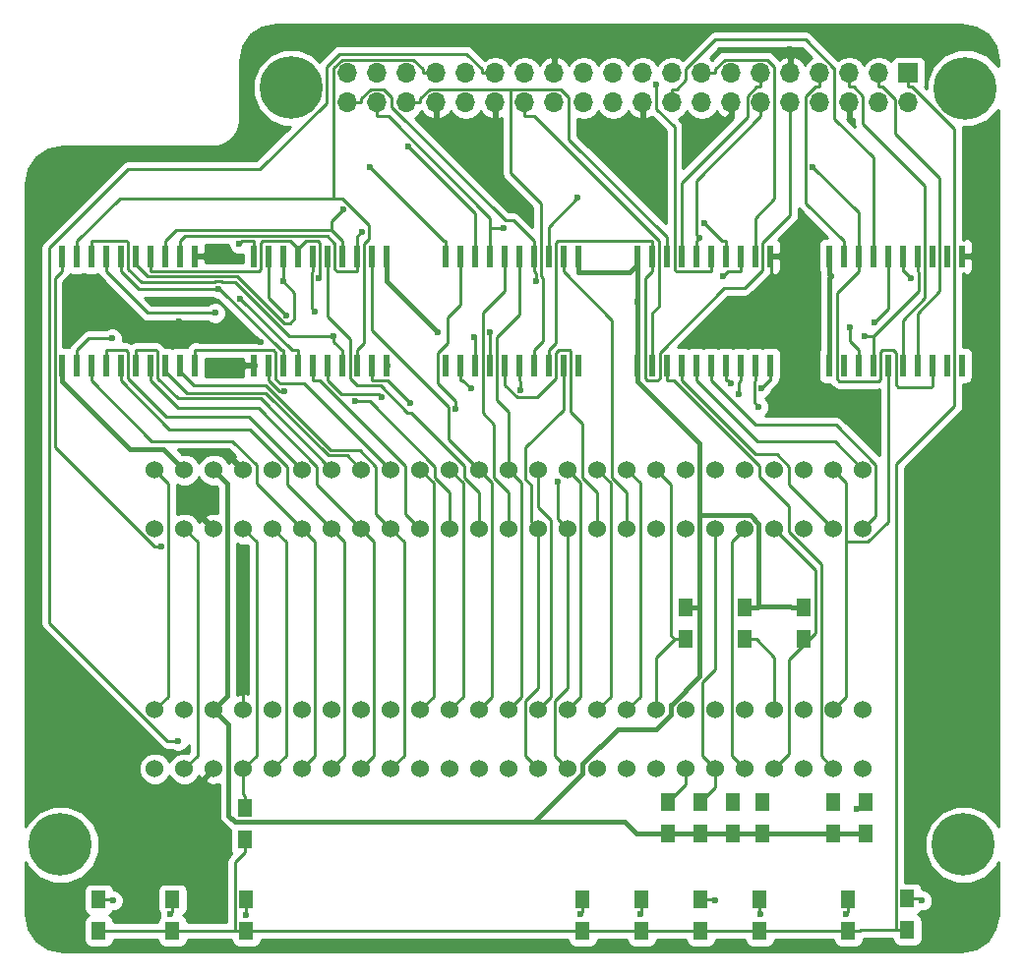
<source format=gbr>
G04 #@! TF.FileFunction,Copper,L2,Bot,Signal*
%FSLAX46Y46*%
G04 Gerber Fmt 4.6, Leading zero omitted, Abs format (unit mm)*
G04 Created by KiCad (PCBNEW 4.0.7) date 01/19/18 22:00:22*
%MOMM*%
%LPD*%
G01*
G04 APERTURE LIST*
%ADD10C,0.100000*%
%ADD11C,5.400000*%
%ADD12C,1.524000*%
%ADD13R,1.300000X1.500000*%
%ADD14R,0.600000X1.950000*%
%ADD15R,1.700000X1.700000*%
%ADD16O,1.700000X1.700000*%
%ADD17C,0.600000*%
%ADD18C,0.250000*%
%ADD19C,0.400000*%
%ADD20C,0.254000*%
G04 APERTURE END LIST*
D10*
D11*
X210312000Y-122174000D03*
X132588000Y-122174000D03*
X152459000Y-56992500D03*
D12*
X201676000Y-110561000D03*
X201676000Y-115641000D03*
X199136000Y-110561000D03*
X199136000Y-115641000D03*
X196596000Y-110561000D03*
X196596000Y-115641000D03*
X194056000Y-110561000D03*
X194056000Y-115641000D03*
X191516000Y-110561000D03*
X191516000Y-115641000D03*
X188976000Y-110561000D03*
X188976000Y-115641000D03*
X186436000Y-110561000D03*
X186436000Y-115641000D03*
X183896000Y-110561000D03*
X183896000Y-115641000D03*
X181356000Y-110561000D03*
X181356000Y-115641000D03*
X178816000Y-110561000D03*
X178816000Y-115641000D03*
X176276000Y-110561000D03*
X176276000Y-115641000D03*
X173736000Y-110561000D03*
X173736000Y-115641000D03*
X171196000Y-110561000D03*
X171196000Y-115641000D03*
X168656000Y-110561000D03*
X168656000Y-115641000D03*
X166116000Y-110561000D03*
X166116000Y-115641000D03*
X163576000Y-110561000D03*
X163576000Y-115641000D03*
X161036000Y-110561000D03*
X161036000Y-115641000D03*
X158496000Y-110561000D03*
X158496000Y-115641000D03*
X155956000Y-110561000D03*
X155956000Y-115641000D03*
X153416000Y-110561000D03*
X153416000Y-115641000D03*
X150876000Y-110561000D03*
X150876000Y-115641000D03*
X148336000Y-110561000D03*
X148336000Y-115641000D03*
X145796000Y-110561000D03*
X145796000Y-115641000D03*
X143256000Y-110561000D03*
X143256000Y-115641000D03*
X140716000Y-110561000D03*
X140716000Y-115641000D03*
X201676000Y-89916000D03*
X201676000Y-94996000D03*
X199136000Y-89916000D03*
X199136000Y-94996000D03*
X196596000Y-89916000D03*
X196596000Y-94996000D03*
X194056000Y-89916000D03*
X194056000Y-94996000D03*
X191516000Y-89916000D03*
X191516000Y-94996000D03*
X188976000Y-89916000D03*
X188976000Y-94996000D03*
X186436000Y-89916000D03*
X186436000Y-94996000D03*
X183896000Y-89916000D03*
X183896000Y-94996000D03*
X181356000Y-89916000D03*
X181356000Y-94996000D03*
X178816000Y-89916000D03*
X178816000Y-94996000D03*
X176276000Y-89916000D03*
X176276000Y-94996000D03*
X173736000Y-89916000D03*
X173736000Y-94996000D03*
X171196000Y-89916000D03*
X171196000Y-94996000D03*
X168656000Y-89916000D03*
X168656000Y-94996000D03*
X166116000Y-89916000D03*
X166116000Y-94996000D03*
X163576000Y-89916000D03*
X163576000Y-94996000D03*
X161036000Y-89916000D03*
X161036000Y-94996000D03*
X158496000Y-89916000D03*
X158496000Y-94996000D03*
X155956000Y-89916000D03*
X155956000Y-94996000D03*
X153416000Y-89916000D03*
X153416000Y-94996000D03*
X150876000Y-89916000D03*
X150876000Y-94996000D03*
X148336000Y-89916000D03*
X148336000Y-94996000D03*
X145796000Y-89916000D03*
X145796000Y-94996000D03*
X143256000Y-89916000D03*
X143256000Y-94996000D03*
X140716000Y-89916000D03*
X140716000Y-94996000D03*
D13*
X205486000Y-129540000D03*
X205486000Y-126840000D03*
X200406000Y-129620000D03*
X200406000Y-126920000D03*
X192786000Y-129620000D03*
X192786000Y-126920000D03*
X187706000Y-129620000D03*
X187706000Y-126920000D03*
X182626000Y-129620000D03*
X182626000Y-126920000D03*
X177546000Y-129620000D03*
X177546000Y-126920000D03*
X148590000Y-129620000D03*
X148590000Y-126920000D03*
X142240000Y-129620000D03*
X142240000Y-126920000D03*
X135890000Y-129620000D03*
X135890000Y-126920000D03*
X148463000Y-121746000D03*
X148463000Y-119046000D03*
X196596000Y-104474000D03*
X196596000Y-101774000D03*
D11*
X210483000Y-57023000D03*
D14*
X177165000Y-80900000D03*
X175895000Y-80900000D03*
X174625000Y-80900000D03*
X173355000Y-80900000D03*
X172085000Y-80900000D03*
X170815000Y-80900000D03*
X169545000Y-80900000D03*
X168275000Y-80900000D03*
X167005000Y-80900000D03*
X165735000Y-80900000D03*
X165735000Y-71500000D03*
X167005000Y-71500000D03*
X168275000Y-71500000D03*
X169545000Y-71500000D03*
X170815000Y-71500000D03*
X172085000Y-71500000D03*
X173355000Y-71500000D03*
X174625000Y-71500000D03*
X175895000Y-71500000D03*
X177165000Y-71500000D03*
X160655000Y-80900000D03*
X159385000Y-80900000D03*
X158115000Y-80900000D03*
X156845000Y-80900000D03*
X155575000Y-80900000D03*
X154305000Y-80900000D03*
X153035000Y-80900000D03*
X151765000Y-80900000D03*
X150495000Y-80900000D03*
X149225000Y-80900000D03*
X149225000Y-71500000D03*
X150495000Y-71500000D03*
X151765000Y-71500000D03*
X153035000Y-71500000D03*
X154305000Y-71500000D03*
X155575000Y-71500000D03*
X156845000Y-71500000D03*
X158115000Y-71500000D03*
X159385000Y-71500000D03*
X160655000Y-71500000D03*
X198755000Y-71500000D03*
X200025000Y-71500000D03*
X201295000Y-71500000D03*
X202565000Y-71500000D03*
X203835000Y-71500000D03*
X205105000Y-71500000D03*
X206375000Y-71500000D03*
X207645000Y-71500000D03*
X208915000Y-71500000D03*
X210185000Y-71500000D03*
X210185000Y-80900000D03*
X208915000Y-80900000D03*
X207645000Y-80900000D03*
X206375000Y-80900000D03*
X205105000Y-80900000D03*
X203835000Y-80900000D03*
X202565000Y-80900000D03*
X201295000Y-80900000D03*
X200025000Y-80900000D03*
X198755000Y-80900000D03*
X182245000Y-71500000D03*
X183515000Y-71500000D03*
X184785000Y-71500000D03*
X186055000Y-71500000D03*
X187325000Y-71500000D03*
X188595000Y-71500000D03*
X189865000Y-71500000D03*
X191135000Y-71500000D03*
X192405000Y-71500000D03*
X193675000Y-71500000D03*
X193675000Y-80900000D03*
X192405000Y-80900000D03*
X191135000Y-80900000D03*
X189865000Y-80900000D03*
X188595000Y-80900000D03*
X187325000Y-80900000D03*
X186055000Y-80900000D03*
X184785000Y-80900000D03*
X183515000Y-80900000D03*
X182245000Y-80900000D03*
X132715000Y-71500000D03*
X133985000Y-71500000D03*
X135255000Y-71500000D03*
X136525000Y-71500000D03*
X137795000Y-71500000D03*
X139065000Y-71500000D03*
X140335000Y-71500000D03*
X141605000Y-71500000D03*
X142875000Y-71500000D03*
X144145000Y-71500000D03*
X144145000Y-80900000D03*
X142875000Y-80900000D03*
X141605000Y-80900000D03*
X140335000Y-80900000D03*
X139065000Y-80900000D03*
X137795000Y-80900000D03*
X136525000Y-80900000D03*
X135255000Y-80900000D03*
X133985000Y-80900000D03*
X132715000Y-80900000D03*
D13*
X191516000Y-104474000D03*
X191516000Y-101774000D03*
X186436000Y-101774000D03*
X186436000Y-104474000D03*
D15*
X205572000Y-55727600D03*
D16*
X205572000Y-58267600D03*
X203032000Y-55727600D03*
X203032000Y-58267600D03*
X200492000Y-55727600D03*
X200492000Y-58267600D03*
X197952000Y-55727600D03*
X197952000Y-58267600D03*
X195412000Y-55727600D03*
X195412000Y-58267600D03*
X192872000Y-55727600D03*
X192872000Y-58267600D03*
X190332000Y-55727600D03*
X190332000Y-58267600D03*
X187792000Y-55727600D03*
X187792000Y-58267600D03*
X185252000Y-55727600D03*
X185252000Y-58267600D03*
X182712000Y-55727600D03*
X182712000Y-58267600D03*
X180172000Y-55727600D03*
X180172000Y-58267600D03*
X177632000Y-55727600D03*
X177632000Y-58267600D03*
X175092000Y-55727600D03*
X175092000Y-58267600D03*
X172552000Y-55727600D03*
X172552000Y-58267600D03*
X170012000Y-55727600D03*
X170012000Y-58267600D03*
X167472000Y-55727600D03*
X167472000Y-58267600D03*
X164932000Y-55727600D03*
X164932000Y-58267600D03*
X162392000Y-55727600D03*
X162392000Y-58267600D03*
X159852000Y-55727600D03*
X159852000Y-58267600D03*
X157312000Y-55727600D03*
X157312000Y-58267600D03*
D13*
X187706000Y-121238000D03*
X187706000Y-118538000D03*
X193040000Y-121238000D03*
X193040000Y-118538000D03*
X190500000Y-121238000D03*
X190500000Y-118538000D03*
X184912000Y-121238000D03*
X184912000Y-118538000D03*
X201930000Y-121238000D03*
X201930000Y-118538000D03*
X199136000Y-121238000D03*
X199136000Y-118538000D03*
D17*
X186944000Y-62547500D03*
X183896000Y-62547500D03*
X165735000Y-80900000D03*
X160655000Y-80900000D03*
X177165000Y-80900000D03*
X210185000Y-71500000D03*
X195072000Y-76581000D03*
X200025000Y-80900000D03*
X198056500Y-82931000D03*
X195072000Y-71691500D03*
X148209000Y-101409500D03*
X144145000Y-71500000D03*
X149225000Y-80835500D03*
X149860000Y-78930500D03*
X142811500Y-77152500D03*
X195376800Y-53644800D03*
X182254800Y-75453600D03*
X198923200Y-73227500D03*
X165089800Y-78081400D03*
X154823300Y-73425800D03*
X148046700Y-75144600D03*
X145909700Y-76392500D03*
X156098300Y-78370200D03*
X156942300Y-67466300D03*
X158515200Y-69373800D03*
X151781300Y-73668600D03*
X146190600Y-74293900D03*
X197364400Y-63795000D03*
X199136000Y-118538000D03*
X202624300Y-77181800D03*
X205794600Y-73427000D03*
X192786000Y-118364000D03*
X192702200Y-84467800D03*
X192927400Y-82862500D03*
X190500000Y-118538000D03*
X190992600Y-83357200D03*
X141234700Y-96509000D03*
X190331300Y-82473200D03*
X201848800Y-78421900D03*
X172161100Y-83034100D03*
X167917000Y-82893000D03*
X160221100Y-83646000D03*
X162673000Y-84119700D03*
X175385900Y-90879400D03*
X166616400Y-84667600D03*
X154472300Y-76278200D03*
X152049400Y-76605600D03*
X157987900Y-83999100D03*
X151884900Y-83158900D03*
X200537100Y-77593400D03*
X142731400Y-113265000D03*
X201168000Y-119126000D03*
X206756000Y-127005000D03*
X200223700Y-128202200D03*
X192822600Y-128202200D03*
X188976000Y-127005000D03*
X182510400Y-128202200D03*
X177333200Y-128202200D03*
X148566200Y-128270000D03*
X142040000Y-128181000D03*
X137094200Y-127005000D03*
X169573500Y-78006100D03*
X187626000Y-69921200D03*
X168229700Y-78486000D03*
X177096200Y-66486700D03*
X159217800Y-63855900D03*
X147978200Y-70439600D03*
X137042200Y-78556400D03*
X162493900Y-62055400D03*
X183903800Y-56737300D03*
X187972100Y-68662500D03*
X170746200Y-69042000D03*
X189644100Y-73227500D03*
X173505100Y-73625300D03*
D18*
X182712000Y-58267600D02*
X182712000Y-61363500D01*
X190332000Y-59159500D02*
X190332000Y-58267600D01*
X186944000Y-62547500D02*
X190332000Y-59159500D01*
X182712000Y-61363500D02*
X183896000Y-62547500D01*
X193675000Y-71500000D02*
X194880500Y-71500000D01*
X194880500Y-71500000D02*
X195072000Y-71691500D01*
X148336000Y-110561000D02*
X148336000Y-101536500D01*
X148336000Y-101536500D02*
X148209000Y-101409500D01*
X149225000Y-80900000D02*
X149225000Y-80835500D01*
X144589500Y-78930500D02*
X149860000Y-78930500D01*
X142811500Y-77152500D02*
X144589500Y-78930500D01*
X195412000Y-55727600D02*
X195412000Y-53680000D01*
X195412000Y-53680000D02*
X195376800Y-53644800D01*
X195412000Y-55727600D02*
X195412000Y-53997500D01*
X195412000Y-53997500D02*
X195389500Y-53975000D01*
D19*
X187603600Y-96977200D02*
X187603600Y-107683936D01*
X187603600Y-107683936D02*
X187486836Y-107800700D01*
X185260900Y-110026100D02*
X185261436Y-110026100D01*
X185261436Y-110026100D02*
X187486836Y-107800700D01*
X187486300Y-107800700D02*
X185260900Y-110026100D01*
X185260900Y-110026100D02*
X185166000Y-110121000D01*
X185166000Y-110121000D02*
X185166000Y-110938800D01*
X185166000Y-110938800D02*
X183870300Y-112234500D01*
X183870300Y-112234500D02*
X180558300Y-112234500D01*
X180558300Y-112234500D02*
X177546000Y-115246800D01*
X177546000Y-115246800D02*
X177546000Y-116044600D01*
X177546000Y-116044600D02*
X173384200Y-120206400D01*
X172974000Y-120206400D02*
X173384200Y-120206400D01*
X172974000Y-120206400D02*
X181166400Y-120206400D01*
X182198000Y-121238000D02*
X201930000Y-121238000D01*
X181166400Y-120206400D02*
X182198000Y-121238000D01*
X182245000Y-80900000D02*
X182245000Y-82275300D01*
X182245000Y-71500000D02*
X182245000Y-72187600D01*
X182245000Y-72187600D02*
X182245000Y-72875300D01*
X181557300Y-72875300D02*
X177165000Y-72875300D01*
X182245000Y-72187600D02*
X181557300Y-72875300D01*
X177165000Y-71500000D02*
X177165000Y-72875300D01*
X182254800Y-75453600D02*
X182245000Y-75453600D01*
X182245000Y-72875300D02*
X182245000Y-75453600D01*
X182245000Y-75453600D02*
X182245000Y-80900000D01*
X198755000Y-73059300D02*
X198755000Y-71500000D01*
X198923200Y-73227500D02*
X198755000Y-73059300D01*
X198755000Y-73395700D02*
X198923200Y-73227500D01*
X198755000Y-80900000D02*
X198755000Y-73395700D01*
X141466900Y-88126900D02*
X143256000Y-89916000D01*
X138566600Y-88126900D02*
X141466900Y-88126900D01*
X132715000Y-82275300D02*
X138566600Y-88126900D01*
X132715000Y-80900000D02*
X132715000Y-82275300D01*
X191516000Y-101774000D02*
X192566300Y-101774000D01*
X187603600Y-87633900D02*
X187603600Y-93809400D01*
X182245000Y-82275300D02*
X187603600Y-87633900D01*
X196596000Y-101774000D02*
X195545700Y-101774000D01*
X195405400Y-101633700D02*
X195545700Y-101774000D01*
X192706600Y-101633700D02*
X195405400Y-101633700D01*
X192706600Y-94518300D02*
X192706600Y-101633700D01*
X191997700Y-93809400D02*
X192706600Y-94518300D01*
X187603600Y-93809400D02*
X191997700Y-93809400D01*
X192706600Y-101633700D02*
X192566300Y-101774000D01*
X147066000Y-111831000D02*
X145796000Y-110561000D01*
X147066000Y-119659700D02*
X147066000Y-111831000D01*
X147612700Y-120206400D02*
X147066000Y-119659700D01*
X172974000Y-120206400D02*
X147612700Y-120206400D01*
X160655000Y-73646600D02*
X160655000Y-71500000D01*
X165089800Y-78081400D02*
X160655000Y-73646600D01*
X146958400Y-109398600D02*
X145796000Y-110561000D01*
X146958400Y-91078400D02*
X146958400Y-109398600D01*
X145796000Y-89916000D02*
X146958400Y-91078400D01*
X187603600Y-93809400D02*
X187603600Y-96977200D01*
X187603600Y-96977200D02*
X187603600Y-97028000D01*
X186436000Y-101774000D02*
X187486300Y-101774000D01*
D18*
X153035000Y-71500000D02*
X153035000Y-70849800D01*
X154930400Y-73318700D02*
X154823300Y-73425800D01*
X154930400Y-70355200D02*
X154930400Y-73318700D01*
X154774800Y-70199600D02*
X154930400Y-70355200D01*
X153685200Y-70199600D02*
X154774800Y-70199600D01*
X153035000Y-70849800D02*
X153685200Y-70199600D01*
X140335000Y-71500000D02*
X140335000Y-72800300D01*
X145526100Y-72800300D02*
X140335000Y-72800300D01*
X145558400Y-72768000D02*
X145526100Y-72800300D01*
X146822900Y-72768000D02*
X145558400Y-72768000D01*
X146855200Y-72800300D02*
X146822900Y-72768000D01*
X149669400Y-72800300D02*
X146855200Y-72800300D01*
X149850400Y-72619300D02*
X149669400Y-72800300D01*
X149850400Y-70344300D02*
X149850400Y-72619300D01*
X149995100Y-70199600D02*
X149850400Y-70344300D01*
X152384800Y-70199600D02*
X149995100Y-70199600D01*
X153035000Y-70849800D02*
X152384800Y-70199600D01*
X153035000Y-80900000D02*
X153035000Y-79599700D01*
X152501800Y-79599700D02*
X148046700Y-75144600D01*
X153035000Y-79599700D02*
X152501800Y-79599700D01*
X140117200Y-76392500D02*
X145909700Y-76392500D01*
X136525000Y-72800300D02*
X140117200Y-76392500D01*
X136525000Y-71500000D02*
X136525000Y-72800300D01*
X133985000Y-71500000D02*
X133985000Y-70199700D01*
X158115000Y-80900000D02*
X158115000Y-79599700D01*
X164932000Y-55727600D02*
X163756700Y-55727600D01*
X137687100Y-66497600D02*
X133985000Y-70199700D01*
X156095900Y-66497600D02*
X137687100Y-66497600D01*
X163756700Y-55360200D02*
X163756700Y-55727600D01*
X162948800Y-54552300D02*
X163756700Y-55360200D01*
X156825000Y-54552300D02*
X162948800Y-54552300D01*
X156095900Y-55281400D02*
X156825000Y-54552300D01*
X156095900Y-66497600D02*
X156095900Y-55281400D01*
X156858000Y-66497600D02*
X156095900Y-66497600D01*
X159150700Y-68790300D02*
X156858000Y-66497600D01*
X159150700Y-69999200D02*
X159150700Y-68790300D01*
X158740300Y-70409600D02*
X159150700Y-69999200D01*
X158740300Y-78974400D02*
X158740300Y-70409600D01*
X158115000Y-79599700D02*
X158740300Y-78974400D01*
X135255000Y-71500000D02*
X135255000Y-70199700D01*
X156845000Y-80900000D02*
X156845000Y-79599700D01*
X156098300Y-78853000D02*
X156098300Y-78370200D01*
X156845000Y-79599700D02*
X156098300Y-78853000D01*
X138273500Y-70199700D02*
X135255000Y-70199700D01*
X138432000Y-70358200D02*
X138273500Y-70199700D01*
X138432000Y-72621600D02*
X138432000Y-70358200D01*
X139561800Y-73751400D02*
X138432000Y-72621600D01*
X145848800Y-73751400D02*
X139561800Y-73751400D01*
X145931600Y-73668600D02*
X145848800Y-73751400D01*
X146449700Y-73668600D02*
X145931600Y-73668600D01*
X146532500Y-73751400D02*
X146449700Y-73668600D01*
X147664100Y-73751400D02*
X146532500Y-73751400D01*
X152282900Y-78370200D02*
X147664100Y-73751400D01*
X156098300Y-78370200D02*
X152282900Y-78370200D01*
X141605000Y-71500000D02*
X141605000Y-70199700D01*
X156845000Y-71500000D02*
X156845000Y-70199700D01*
X142530000Y-69274700D02*
X141605000Y-70199700D01*
X155920000Y-69274700D02*
X142530000Y-69274700D01*
X156845000Y-70199700D02*
X155920000Y-69274700D01*
X155920000Y-68488600D02*
X156942300Y-67466300D01*
X155920000Y-69274700D02*
X155920000Y-68488600D01*
X200025000Y-71500000D02*
X200025000Y-70199700D01*
X197952000Y-55727600D02*
X197952000Y-56902900D01*
X196739100Y-66913800D02*
X200025000Y-70199700D01*
X196739100Y-57748400D02*
X196739100Y-66913800D01*
X197584600Y-56902900D02*
X196739100Y-57748400D01*
X197952000Y-56902900D02*
X197584600Y-56902900D01*
X158115000Y-71500000D02*
X158115000Y-70199700D01*
X158115000Y-69774000D02*
X158115000Y-70199700D01*
X158515200Y-69373800D02*
X158115000Y-69774000D01*
X156402100Y-72800300D02*
X158115000Y-72800300D01*
X156200400Y-72598600D02*
X156402100Y-72800300D01*
X156200400Y-70390300D02*
X156200400Y-72598600D01*
X155541700Y-69731600D02*
X156200400Y-70390300D01*
X143343100Y-69731600D02*
X155541700Y-69731600D01*
X142875000Y-70199700D02*
X143343100Y-69731600D01*
X142875000Y-71500000D02*
X142875000Y-70199700D01*
X158115000Y-71500000D02*
X158115000Y-72800300D01*
X151765000Y-71500000D02*
X151765000Y-72800300D01*
X151765000Y-73652300D02*
X151765000Y-72800300D01*
X151781300Y-73668600D02*
X151765000Y-73652300D01*
X139065000Y-72198600D02*
X139065000Y-71500000D01*
X140117100Y-73250700D02*
X139065000Y-72198600D01*
X145712600Y-73250700D02*
X140117100Y-73250700D01*
X145745000Y-73218300D02*
X145712600Y-73250700D01*
X146636300Y-73218300D02*
X145745000Y-73218300D01*
X146668700Y-73250700D02*
X146636300Y-73218300D01*
X147810100Y-73250700D02*
X146668700Y-73250700D01*
X151821600Y-77262200D02*
X147810100Y-73250700D01*
X152356200Y-77262200D02*
X151821600Y-77262200D01*
X152731900Y-76886500D02*
X152356200Y-77262200D01*
X152731900Y-74619200D02*
X152731900Y-76886500D01*
X151781300Y-73668600D02*
X152731900Y-74619200D01*
X137795000Y-71500000D02*
X137795000Y-72800300D01*
X151765000Y-80900000D02*
X151765000Y-79599700D01*
X151566700Y-79599700D02*
X151765000Y-79599700D01*
X146260900Y-74293900D02*
X151566700Y-79599700D01*
X146190600Y-74293900D02*
X146260900Y-74293900D01*
X139288600Y-74293900D02*
X146190600Y-74293900D01*
X137795000Y-72800300D02*
X139288600Y-74293900D01*
X207645000Y-80900000D02*
X207645000Y-82677000D01*
X204479600Y-82559600D02*
X204479600Y-82009700D01*
X204724000Y-82804000D02*
X204479600Y-82559600D01*
X207518000Y-82804000D02*
X204724000Y-82804000D01*
X207645000Y-82677000D02*
X207518000Y-82804000D01*
X199399600Y-74695700D02*
X201295000Y-72800300D01*
X201295000Y-72150100D02*
X201295000Y-72800300D01*
X204479600Y-82009700D02*
X204479600Y-79801400D01*
X204479600Y-79801400D02*
X204277800Y-79599600D01*
X204277800Y-79599600D02*
X203343100Y-79599600D01*
X203343100Y-79599600D02*
X203196500Y-79746200D01*
X203196500Y-79746200D02*
X203196500Y-82068800D01*
X203196500Y-82068800D02*
X203020500Y-82244800D01*
X203020500Y-82244800D02*
X199597100Y-82244800D01*
X199597100Y-82244800D02*
X199399600Y-82047300D01*
X199399600Y-82047300D02*
X199399600Y-74695700D01*
X201295000Y-72150100D02*
X201295000Y-71500000D01*
X201295000Y-67725600D02*
X197364400Y-63795000D01*
X201295000Y-71500000D02*
X201295000Y-67725600D01*
X199243300Y-87483300D02*
X201676000Y-89916000D01*
X192608000Y-87483300D02*
X199243300Y-87483300D01*
X187325000Y-82200300D02*
X192608000Y-87483300D01*
X187325000Y-80900000D02*
X187325000Y-82200300D01*
X202771000Y-93901000D02*
X201676000Y-94996000D01*
X202771000Y-89434300D02*
X202771000Y-93901000D01*
X199342900Y-86006200D02*
X202771000Y-89434300D01*
X192400900Y-86006200D02*
X199342900Y-86006200D01*
X188595000Y-82200300D02*
X192400900Y-86006200D01*
X188595000Y-80900000D02*
X188595000Y-82200300D01*
X202104800Y-96108700D02*
X200226200Y-96108700D01*
X203835000Y-94378500D02*
X202104800Y-96108700D01*
X203835000Y-80900000D02*
X203835000Y-94378500D01*
X200226200Y-91006200D02*
X200226200Y-96108700D01*
X199136000Y-89916000D02*
X200226200Y-91006200D01*
X200226200Y-109470800D02*
X199136000Y-110561000D01*
X200226200Y-96108700D02*
X200226200Y-109470800D01*
X198048500Y-114553500D02*
X199136000Y-115641000D01*
X198048500Y-97990900D02*
X198048500Y-114553500D01*
X195326000Y-95268400D02*
X198048500Y-97990900D01*
X195326000Y-93050200D02*
X195326000Y-95268400D01*
X192786000Y-90510200D02*
X195326000Y-93050200D01*
X192786000Y-89576000D02*
X192786000Y-90510200D01*
X185410300Y-82200300D02*
X192786000Y-89576000D01*
X184785000Y-82200300D02*
X185410300Y-82200300D01*
X184785000Y-80900000D02*
X184785000Y-82200300D01*
X203835000Y-75971100D02*
X202624300Y-77181800D01*
X203835000Y-71500000D02*
X203835000Y-75971100D01*
X194056000Y-106038700D02*
X192491300Y-104474000D01*
X194056000Y-110561000D02*
X194056000Y-106038700D01*
X191516000Y-104474000D02*
X192491300Y-104474000D01*
X205167900Y-72800300D02*
X205794600Y-73427000D01*
X205105000Y-72800300D02*
X205167900Y-72800300D01*
X205105000Y-71500000D02*
X205105000Y-72800300D01*
X196596000Y-104474000D02*
X197083700Y-104474000D01*
X195326000Y-114371000D02*
X194056000Y-115641000D01*
X195326000Y-106231700D02*
X195326000Y-114371000D01*
X197083700Y-104474000D02*
X195326000Y-106231700D01*
X197571400Y-103986300D02*
X197083700Y-104474000D01*
X197571400Y-98511400D02*
X197571400Y-103986300D01*
X194056000Y-94996000D02*
X197571400Y-98511400D01*
X190404700Y-114529700D02*
X191516000Y-115641000D01*
X190404700Y-96107300D02*
X190404700Y-114529700D01*
X191516000Y-94996000D02*
X190404700Y-96107300D01*
X192786000Y-118364000D02*
X192960000Y-118538000D01*
X192960000Y-118538000D02*
X193040000Y-118538000D01*
X192302000Y-84067600D02*
X192702200Y-84467800D01*
X192302000Y-82303300D02*
X192302000Y-84067600D01*
X192405000Y-82200300D02*
X192302000Y-82303300D01*
X192405000Y-80900000D02*
X192405000Y-82200300D01*
X188976000Y-115641000D02*
X188976000Y-117268000D01*
X188976000Y-117268000D02*
X187706000Y-118538000D01*
X193589600Y-82200300D02*
X192927400Y-82862500D01*
X193675000Y-82200300D02*
X193589600Y-82200300D01*
X193675000Y-80900000D02*
X193675000Y-82200300D01*
X187864700Y-114529700D02*
X188976000Y-115641000D01*
X187864700Y-108165300D02*
X187864700Y-114529700D01*
X188976000Y-107054000D02*
X187864700Y-108165300D01*
X188976000Y-94996000D02*
X188976000Y-107054000D01*
X190992600Y-82342700D02*
X190992600Y-83357200D01*
X191135000Y-82200300D02*
X190992600Y-82342700D01*
X191135000Y-80900000D02*
X191135000Y-82200300D01*
X186436000Y-115641000D02*
X186436000Y-117014000D01*
X186436000Y-117014000D02*
X184912000Y-118538000D01*
X140689800Y-96509000D02*
X141234700Y-96509000D01*
X132089600Y-87908800D02*
X140689800Y-96509000D01*
X132089600Y-73425700D02*
X132089600Y-87908800D01*
X132715000Y-72800300D02*
X132089600Y-73425700D01*
X132715000Y-71500000D02*
X132715000Y-72800300D01*
X190058400Y-82200300D02*
X190331300Y-82473200D01*
X189865000Y-82200300D02*
X190058400Y-82200300D01*
X189865000Y-80900000D02*
X189865000Y-82200300D01*
X206375000Y-71500000D02*
X206375000Y-72800300D01*
X202565000Y-78421900D02*
X201848800Y-78421900D01*
X202565000Y-80900000D02*
X202565000Y-78421900D01*
X206462500Y-72887800D02*
X206375000Y-72800300D01*
X206462500Y-74524400D02*
X206462500Y-72887800D01*
X202565000Y-78421900D02*
X206462500Y-74524400D01*
X185166000Y-104179300D02*
X185460700Y-104474000D01*
X185166000Y-91186000D02*
X185166000Y-104179300D01*
X183896000Y-89916000D02*
X185166000Y-91186000D01*
X186436000Y-104474000D02*
X185517300Y-104474000D01*
X185517300Y-104474000D02*
X185460700Y-104474000D01*
X183896000Y-106038700D02*
X183896000Y-110561000D01*
X185460700Y-104474000D02*
X183896000Y-106038700D01*
X172161100Y-82276400D02*
X172161100Y-83034100D01*
X172085000Y-82200300D02*
X172161100Y-82276400D01*
X172085000Y-80900000D02*
X172085000Y-82200300D01*
X182467200Y-109449800D02*
X181356000Y-110561000D01*
X182467200Y-91027200D02*
X182467200Y-109449800D01*
X181356000Y-89916000D02*
X182467200Y-91027200D01*
X175895000Y-71500000D02*
X175895000Y-72800300D01*
X181356000Y-91803300D02*
X181356000Y-94996000D01*
X180086000Y-90533300D02*
X181356000Y-91803300D01*
X180086000Y-76991300D02*
X180086000Y-90533300D01*
X175895000Y-72800300D02*
X180086000Y-76991300D01*
X167224300Y-82200300D02*
X167917000Y-82893000D01*
X167005000Y-82200300D02*
X167224300Y-82200300D01*
X167005000Y-80900000D02*
X167005000Y-82200300D01*
X179927200Y-109449800D02*
X178816000Y-110561000D01*
X179927200Y-91027200D02*
X179927200Y-109449800D01*
X178816000Y-89916000D02*
X179927200Y-91027200D01*
X178816000Y-91811500D02*
X178816000Y-94996000D01*
X177546000Y-90541500D02*
X178816000Y-91811500D01*
X177546000Y-85949500D02*
X177546000Y-90541500D01*
X176520400Y-84923900D02*
X177546000Y-85949500D01*
X176520400Y-79680800D02*
X176520400Y-84923900D01*
X176404300Y-79564700D02*
X176520400Y-79680800D01*
X175475700Y-79564700D02*
X176404300Y-79564700D01*
X175250400Y-79790000D02*
X175475700Y-79564700D01*
X175250400Y-82009700D02*
X175250400Y-79790000D01*
X173586800Y-83673300D02*
X175250400Y-82009700D01*
X171911100Y-83673300D02*
X173586800Y-83673300D01*
X170815000Y-82577200D02*
X171911100Y-83673300D01*
X170815000Y-80900000D02*
X170815000Y-82577200D01*
X155575000Y-80900000D02*
X155575000Y-82200300D01*
X177365400Y-109471600D02*
X176276000Y-110561000D01*
X177365400Y-91005400D02*
X177365400Y-109471600D01*
X176276000Y-89916000D02*
X177365400Y-91005400D01*
X156748500Y-83373800D02*
X155575000Y-82200300D01*
X159948900Y-83373800D02*
X156748500Y-83373800D01*
X160221100Y-83646000D02*
X159948900Y-83373800D01*
X160753600Y-82200300D02*
X162673000Y-84119700D01*
X159385000Y-82200300D02*
X160753600Y-82200300D01*
X159385000Y-80900000D02*
X159385000Y-82200300D01*
X175385900Y-94105900D02*
X176276000Y-94996000D01*
X175385900Y-90879400D02*
X175385900Y-94105900D01*
X176276000Y-108667100D02*
X176276000Y-94996000D01*
X175179800Y-109763300D02*
X176276000Y-108667100D01*
X175179800Y-114544800D02*
X175179800Y-109763300D01*
X176276000Y-115641000D02*
X175179800Y-114544800D01*
X166616400Y-83979200D02*
X166616400Y-84667600D01*
X165075900Y-82438700D02*
X166616400Y-83979200D01*
X165075900Y-79819100D02*
X165075900Y-82438700D01*
X165909800Y-78985200D02*
X165075900Y-79819100D01*
X165909800Y-76807700D02*
X165909800Y-78985200D01*
X167005000Y-75712500D02*
X165909800Y-76807700D01*
X167005000Y-71500000D02*
X167005000Y-75712500D01*
X174829700Y-109467300D02*
X173736000Y-110561000D01*
X174829700Y-94227200D02*
X174829700Y-109467300D01*
X173736000Y-93133500D02*
X174829700Y-94227200D01*
X173736000Y-89916000D02*
X173736000Y-93133500D01*
X173736000Y-108664700D02*
X173736000Y-94996000D01*
X172638900Y-109761800D02*
X173736000Y-108664700D01*
X172638900Y-114543900D02*
X172638900Y-109761800D01*
X173736000Y-115641000D02*
X172638900Y-114543900D01*
X173099200Y-94359200D02*
X173736000Y-94996000D01*
X173099200Y-91175500D02*
X173099200Y-94359200D01*
X172638900Y-90715200D02*
X173099200Y-91175500D01*
X172638900Y-87971000D02*
X172638900Y-90715200D01*
X175895000Y-84714900D02*
X172638900Y-87971000D01*
X175895000Y-80900000D02*
X175895000Y-84714900D01*
X172283400Y-109473600D02*
X171196000Y-110561000D01*
X172283400Y-91003400D02*
X172283400Y-109473600D01*
X171196000Y-89916000D02*
X172283400Y-91003400D01*
X172085000Y-76514100D02*
X172085000Y-72800300D01*
X170170300Y-78428800D02*
X172085000Y-76514100D01*
X170170300Y-83908500D02*
X170170300Y-78428800D01*
X171196000Y-84934200D02*
X170170300Y-83908500D01*
X171196000Y-89916000D02*
X171196000Y-84934200D01*
X172085000Y-71500000D02*
X172085000Y-72800300D01*
X171196000Y-91807100D02*
X171196000Y-94996000D01*
X169926000Y-90537100D02*
X171196000Y-91807100D01*
X169926000Y-86022600D02*
X169926000Y-90537100D01*
X168919600Y-85016200D02*
X169926000Y-86022600D01*
X168919600Y-76369600D02*
X168919600Y-85016200D01*
X170815000Y-74474200D02*
X168919600Y-76369600D01*
X170815000Y-71500000D02*
X170815000Y-74474200D01*
X169757100Y-91017100D02*
X168656000Y-89916000D01*
X169757100Y-109459900D02*
X169757100Y-91017100D01*
X168656000Y-110561000D02*
X169757100Y-109459900D01*
X159385000Y-77894900D02*
X159385000Y-72800300D01*
X165991100Y-84501000D02*
X159385000Y-77894900D01*
X165991100Y-87251100D02*
X165991100Y-84501000D01*
X168656000Y-89916000D02*
X165991100Y-87251100D01*
X159385000Y-71500000D02*
X159385000Y-72800300D01*
X168656000Y-91803300D02*
X168656000Y-94996000D01*
X167386000Y-90533300D02*
X168656000Y-91803300D01*
X167386000Y-89583600D02*
X167386000Y-90533300D01*
X162772000Y-84969600D02*
X167386000Y-89583600D01*
X162471400Y-84969600D02*
X162772000Y-84969600D01*
X160152500Y-82650700D02*
X162471400Y-84969600D01*
X158115400Y-82650700D02*
X160152500Y-82650700D01*
X157489700Y-82025000D02*
X158115400Y-82650700D01*
X157489700Y-78610400D02*
X157489700Y-82025000D01*
X155575000Y-76695700D02*
X157489700Y-78610400D01*
X155575000Y-71500000D02*
X155575000Y-76695700D01*
X167227200Y-109449800D02*
X166116000Y-110561000D01*
X167227200Y-91027200D02*
X167227200Y-109449800D01*
X166116000Y-89916000D02*
X167227200Y-91027200D01*
X154305000Y-71500000D02*
X154305000Y-72800300D01*
X154198000Y-76003900D02*
X154472300Y-76278200D01*
X154198000Y-72907300D02*
X154198000Y-76003900D01*
X154305000Y-72800300D02*
X154198000Y-72907300D01*
X166116000Y-91803300D02*
X166116000Y-94996000D01*
X164846000Y-90533300D02*
X166116000Y-91803300D01*
X164846000Y-89626200D02*
X164846000Y-90533300D01*
X159218900Y-83999100D02*
X164846000Y-89626200D01*
X157987900Y-83999100D02*
X159218900Y-83999100D01*
X150495000Y-75051200D02*
X150495000Y-71500000D01*
X152049400Y-76605600D02*
X150495000Y-75051200D01*
X164687200Y-109449800D02*
X163576000Y-110561000D01*
X164687200Y-91027200D02*
X164687200Y-109449800D01*
X163576000Y-89916000D02*
X164687200Y-91027200D01*
X151453600Y-83158900D02*
X150495000Y-82200300D01*
X151884900Y-83158900D02*
X151453600Y-83158900D01*
X150495000Y-80900000D02*
X150495000Y-82200300D01*
X162306000Y-93726000D02*
X163576000Y-94996000D01*
X162306000Y-89576000D02*
X162306000Y-93726000D01*
X154930300Y-82200300D02*
X162306000Y-89576000D01*
X154305000Y-82200300D02*
X154930300Y-82200300D01*
X154305000Y-80900000D02*
X154305000Y-82200300D01*
X153545400Y-82425400D02*
X161036000Y-89916000D01*
X151486100Y-82425400D02*
X153545400Y-82425400D01*
X151132000Y-82071300D02*
X151486100Y-82425400D01*
X151132000Y-79801900D02*
X151132000Y-82071300D01*
X150929800Y-79599700D02*
X151132000Y-79801900D01*
X144145000Y-79599700D02*
X150929800Y-79599700D01*
X144145000Y-80900000D02*
X144145000Y-79599700D01*
X162150100Y-114526900D02*
X161036000Y-115641000D01*
X162150100Y-96110100D02*
X162150100Y-114526900D01*
X161036000Y-94996000D02*
X162150100Y-96110100D01*
X159766000Y-93726000D02*
X161036000Y-94996000D01*
X159766000Y-89616000D02*
X159766000Y-93726000D01*
X158341800Y-88191800D02*
X159766000Y-89616000D01*
X155823900Y-88191800D02*
X158341800Y-88191800D01*
X150213600Y-82581500D02*
X155823900Y-88191800D01*
X144057300Y-82581500D02*
X150213600Y-82581500D01*
X142875000Y-81399200D02*
X144057300Y-82581500D01*
X142875000Y-80900000D02*
X142875000Y-81399200D01*
X157234400Y-88654400D02*
X158496000Y-89916000D01*
X155649600Y-88654400D02*
X157234400Y-88654400D01*
X150276600Y-83281400D02*
X155649600Y-88654400D01*
X143478400Y-83281400D02*
X150276600Y-83281400D01*
X141605000Y-81408000D02*
X143478400Y-83281400D01*
X141605000Y-80900000D02*
X141605000Y-81408000D01*
X159585400Y-114551600D02*
X158496000Y-115641000D01*
X159585400Y-96085400D02*
X159585400Y-114551600D01*
X158496000Y-94996000D02*
X159585400Y-96085400D01*
X154686000Y-91186000D02*
X158496000Y-94996000D01*
X154686000Y-89616000D02*
X154686000Y-91186000D01*
X149623300Y-84553300D02*
X154686000Y-89616000D01*
X142688000Y-84553300D02*
X149623300Y-84553300D01*
X140335000Y-82200300D02*
X142688000Y-84553300D01*
X140335000Y-80900000D02*
X140335000Y-82200300D01*
X149798000Y-83758000D02*
X155956000Y-89916000D01*
X142698600Y-83758000D02*
X149798000Y-83758000D01*
X140972000Y-82031400D02*
X142698600Y-83758000D01*
X140972000Y-79746500D02*
X140972000Y-82031400D01*
X140825200Y-79599700D02*
X140972000Y-79746500D01*
X139065000Y-79599700D02*
X140825200Y-79599700D01*
X139065000Y-80900000D02*
X139065000Y-79599700D01*
X157045400Y-96085400D02*
X155956000Y-94996000D01*
X157045400Y-114551600D02*
X157045400Y-96085400D01*
X155956000Y-115641000D02*
X157045400Y-114551600D01*
X152146000Y-91186000D02*
X155956000Y-94996000D01*
X152146000Y-89616000D02*
X152146000Y-91186000D01*
X148917300Y-86387300D02*
X152146000Y-89616000D01*
X141982000Y-86387300D02*
X148917300Y-86387300D01*
X137795000Y-82200300D02*
X141982000Y-86387300D01*
X137795000Y-80900000D02*
X137795000Y-82200300D01*
X148811000Y-85311000D02*
X153416000Y-89916000D01*
X141700800Y-85311000D02*
X148811000Y-85311000D01*
X138432000Y-82042200D02*
X141700800Y-85311000D01*
X138432000Y-79776800D02*
X138432000Y-82042200D01*
X138254900Y-79599700D02*
X138432000Y-79776800D01*
X136525000Y-79599700D02*
X138254900Y-79599700D01*
X136525000Y-80900000D02*
X136525000Y-79599700D01*
X154505400Y-96085400D02*
X153416000Y-94996000D01*
X154505400Y-114551600D02*
X154505400Y-96085400D01*
X153416000Y-115641000D02*
X154505400Y-114551600D01*
X149460400Y-91040400D02*
X153416000Y-94996000D01*
X149460400Y-89471600D02*
X149460400Y-91040400D01*
X147388500Y-87399700D02*
X149460400Y-89471600D01*
X140454400Y-87399700D02*
X147388500Y-87399700D01*
X135255000Y-82200300D02*
X140454400Y-87399700D01*
X135255000Y-80900000D02*
X135255000Y-82200300D01*
X151987200Y-114529800D02*
X150876000Y-115641000D01*
X151987200Y-96107200D02*
X151987200Y-114529800D01*
X150876000Y-94996000D02*
X151987200Y-96107200D01*
X200537100Y-78841800D02*
X200537100Y-77593400D01*
X201295000Y-79599700D02*
X200537100Y-78841800D01*
X201295000Y-80900000D02*
X201295000Y-79599700D01*
X148463000Y-119046000D02*
X148463000Y-117970700D01*
X168836700Y-55360300D02*
X168836700Y-55727600D01*
X167531100Y-54054700D02*
X168836700Y-55360300D01*
X156623000Y-54054700D02*
X167531100Y-54054700D01*
X155484300Y-55193400D02*
X156623000Y-54054700D01*
X155484300Y-58287700D02*
X155484300Y-55193400D01*
X149750900Y-64021100D02*
X155484300Y-58287700D01*
X138398500Y-64021100D02*
X149750900Y-64021100D01*
X131619600Y-70800000D02*
X138398500Y-64021100D01*
X131619600Y-103071700D02*
X131619600Y-70800000D01*
X141812900Y-113265000D02*
X131619600Y-103071700D01*
X142731400Y-113265000D02*
X141812900Y-113265000D01*
X170012000Y-55727600D02*
X168836700Y-55727600D01*
X148336000Y-117843700D02*
X148336000Y-115641000D01*
X148463000Y-117970700D02*
X148336000Y-117843700D01*
X149447200Y-96107200D02*
X148336000Y-94996000D01*
X149447200Y-114529800D02*
X149447200Y-96107200D01*
X148336000Y-115641000D02*
X149447200Y-114529800D01*
X144367200Y-114529800D02*
X143256000Y-115641000D01*
X144367200Y-96107200D02*
X144367200Y-114529800D01*
X143256000Y-94996000D02*
X144367200Y-96107200D01*
X141860000Y-91060000D02*
X140716000Y-89916000D01*
X141860000Y-109417000D02*
X141860000Y-91060000D01*
X140716000Y-110561000D02*
X141860000Y-109417000D01*
X201930000Y-118538000D02*
X201756000Y-118538000D01*
X201756000Y-118538000D02*
X201168000Y-119126000D01*
X195326000Y-91186000D02*
X199136000Y-94996000D01*
X195326000Y-89637500D02*
X195326000Y-91186000D01*
X194233800Y-88545300D02*
X195326000Y-89637500D01*
X192400000Y-88545300D02*
X194233800Y-88545300D01*
X186055000Y-82200300D02*
X192400000Y-88545300D01*
X186055000Y-80900000D02*
X186055000Y-82200300D01*
X147614700Y-123669600D02*
X147614700Y-129620000D01*
X148463000Y-122821300D02*
X147614700Y-123669600D01*
X148463000Y-121746000D02*
X148463000Y-122821300D01*
X148590000Y-129620000D02*
X147614700Y-129620000D01*
X135890000Y-129620000D02*
X142240000Y-129620000D01*
X142240000Y-129620000D02*
X147614700Y-129620000D01*
X148590000Y-129620000D02*
X177546000Y-129620000D01*
X177546000Y-129620000D02*
X182626000Y-129620000D01*
X200406000Y-129620000D02*
X201381300Y-129620000D01*
X205902200Y-56902900D02*
X205572000Y-56902900D01*
X209550000Y-60550700D02*
X205902200Y-56902900D01*
X209550000Y-84364200D02*
X209550000Y-60550700D01*
X204510500Y-89403700D02*
X209550000Y-84364200D01*
X204510500Y-129540000D02*
X204510500Y-89403700D01*
X201461300Y-129540000D02*
X204510500Y-129540000D01*
X201381300Y-129620000D02*
X201461300Y-129540000D01*
X204510500Y-129540000D02*
X205486000Y-129540000D01*
X192786000Y-129620000D02*
X200406000Y-129620000D01*
X205572000Y-55727600D02*
X205572000Y-56902900D01*
X182626000Y-129620000D02*
X187706000Y-129620000D01*
X187706000Y-129620000D02*
X192786000Y-129620000D01*
X203339800Y-56902900D02*
X203032000Y-56902900D01*
X204396600Y-57959700D02*
X203339800Y-56902900D01*
X204396600Y-60902600D02*
X204396600Y-57959700D01*
X208270400Y-64776400D02*
X204396600Y-60902600D01*
X208270400Y-74500200D02*
X208270400Y-64776400D01*
X206375000Y-76395600D02*
X208270400Y-74500200D01*
X206375000Y-80900000D02*
X206375000Y-76395600D01*
X203032000Y-55727600D02*
X203032000Y-56902900D01*
X200859400Y-56902900D02*
X200492000Y-56902900D01*
X201667300Y-57710800D02*
X200859400Y-56902900D01*
X201667300Y-60057000D02*
X201667300Y-57710800D01*
X207000400Y-65390100D02*
X201667300Y-60057000D01*
X207000400Y-75103600D02*
X207000400Y-65390100D01*
X205105000Y-76999000D02*
X207000400Y-75103600D01*
X205105000Y-80900000D02*
X205105000Y-76999000D01*
X200492000Y-55727600D02*
X200492000Y-56902900D01*
X206591000Y-126840000D02*
X206756000Y-127005000D01*
X205486000Y-126840000D02*
X206591000Y-126840000D01*
X200223700Y-128177600D02*
X200223700Y-128202200D01*
X200406000Y-127995300D02*
X200223700Y-128177600D01*
X200406000Y-126920000D02*
X200406000Y-127995300D01*
X192822600Y-128031900D02*
X192822600Y-128202200D01*
X192786000Y-127995300D02*
X192822600Y-128031900D01*
X192786000Y-126920000D02*
X192786000Y-127995300D01*
X188891000Y-126920000D02*
X188976000Y-127005000D01*
X187706000Y-126920000D02*
X188891000Y-126920000D01*
X182510400Y-128110900D02*
X182510400Y-128202200D01*
X182626000Y-127995300D02*
X182510400Y-128110900D01*
X182626000Y-126920000D02*
X182626000Y-127995300D01*
X177540100Y-127995300D02*
X177333200Y-128202200D01*
X177546000Y-127995300D02*
X177540100Y-127995300D01*
X177546000Y-126920000D02*
X177546000Y-127995300D01*
X148566200Y-128019100D02*
X148566200Y-128270000D01*
X148590000Y-127995300D02*
X148566200Y-128019100D01*
X148590000Y-126920000D02*
X148590000Y-127995300D01*
X142225700Y-127995300D02*
X142040000Y-128181000D01*
X142240000Y-127995300D02*
X142225700Y-127995300D01*
X142240000Y-126920000D02*
X142240000Y-127995300D01*
X137009200Y-126920000D02*
X137094200Y-127005000D01*
X135890000Y-126920000D02*
X137009200Y-126920000D01*
X175419100Y-70199700D02*
X183515000Y-70199700D01*
X175250300Y-70368500D02*
X175419100Y-70199700D01*
X175250300Y-78974400D02*
X175250300Y-70368500D01*
X174625000Y-79599700D02*
X175250300Y-78974400D01*
X174625000Y-80900000D02*
X174625000Y-79599700D01*
X183515000Y-70849800D02*
X183515000Y-70199700D01*
X183515000Y-70849800D02*
X183515000Y-71500000D01*
X195412000Y-67954000D02*
X195412000Y-58267600D01*
X193030400Y-70335600D02*
X195412000Y-67954000D01*
X193030400Y-72679600D02*
X193030400Y-70335600D01*
X191464400Y-74245600D02*
X193030400Y-72679600D01*
X189704000Y-74245600D02*
X191464400Y-74245600D01*
X184159700Y-79789900D02*
X189704000Y-74245600D01*
X184159700Y-82031100D02*
X184159700Y-79789900D01*
X183956400Y-82234400D02*
X184159700Y-82031100D01*
X183060700Y-82234400D02*
X183956400Y-82234400D01*
X182889700Y-82063400D02*
X183060700Y-82234400D01*
X182889700Y-73425600D02*
X182889700Y-82063400D01*
X183515000Y-72800300D02*
X182889700Y-73425600D01*
X183515000Y-71500000D02*
X183515000Y-72800300D01*
X192872000Y-55727600D02*
X192872000Y-56902900D01*
X192504600Y-56902900D02*
X192872000Y-56902900D01*
X191696700Y-57710800D02*
X192504600Y-56902900D01*
X191696700Y-59498500D02*
X191696700Y-57710800D01*
X186055000Y-65140200D02*
X191696700Y-59498500D01*
X186055000Y-71500000D02*
X186055000Y-65140200D01*
X169545000Y-78034600D02*
X169545000Y-80900000D01*
X169573500Y-78006100D02*
X169545000Y-78034600D01*
X192872000Y-58267600D02*
X192872000Y-59442900D01*
X168275000Y-78531300D02*
X168275000Y-80900000D01*
X168229700Y-78486000D02*
X168275000Y-78531300D01*
X187347500Y-70199700D02*
X187626000Y-69921200D01*
X187325000Y-70199700D02*
X187347500Y-70199700D01*
X187325000Y-71500000D02*
X187325000Y-70199700D01*
X187346800Y-69642000D02*
X187626000Y-69921200D01*
X187346800Y-64968100D02*
X187346800Y-69642000D01*
X192872000Y-59442900D02*
X187346800Y-64968100D01*
X174625000Y-68957900D02*
X177096200Y-66486700D01*
X174625000Y-71500000D02*
X174625000Y-68957900D01*
X188967300Y-55360200D02*
X188967300Y-55727600D01*
X189775200Y-54552300D02*
X188967300Y-55360200D01*
X193400600Y-54552300D02*
X189775200Y-54552300D01*
X194049300Y-55201000D02*
X193400600Y-54552300D01*
X194049300Y-66537000D02*
X194049300Y-55201000D01*
X192405000Y-68181300D02*
X194049300Y-66537000D01*
X192405000Y-71500000D02*
X192405000Y-68181300D01*
X187792000Y-55727600D02*
X188967300Y-55727600D01*
X199222000Y-55321200D02*
X199212200Y-55321200D01*
X196723000Y-52832000D02*
X196278500Y-52832000D01*
X199212200Y-55321200D02*
X196723000Y-52832000D01*
X199222000Y-55321200D02*
X199222000Y-55292800D01*
X188118750Y-53689250D02*
X188976000Y-52832000D01*
X188976000Y-52832000D02*
X196278500Y-52832000D01*
X186427300Y-55435500D02*
X186427300Y-55380700D01*
X186427300Y-55380700D02*
X188118750Y-53689250D01*
X185619400Y-57092300D02*
X185252000Y-57092300D01*
X186427300Y-56284400D02*
X185619400Y-57092300D01*
X186427300Y-55435500D02*
X186427300Y-56284400D01*
X185252000Y-58267600D02*
X185252000Y-57092300D01*
X196278500Y-52832000D02*
X196532500Y-52832000D01*
X196532500Y-52832000D02*
X196659500Y-52832000D01*
X199222000Y-59656200D02*
X199222000Y-55321200D01*
X202565000Y-62999200D02*
X199222000Y-59656200D01*
X202565000Y-71500000D02*
X202565000Y-62999200D01*
X165735000Y-71500000D02*
X165735000Y-70199700D01*
X165561600Y-70199700D02*
X159217800Y-63855900D01*
X165735000Y-70199700D02*
X165561600Y-70199700D01*
X148218100Y-70199700D02*
X147978200Y-70439600D01*
X149225000Y-70199700D02*
X148218100Y-70199700D01*
X149225000Y-71500000D02*
X149225000Y-70199700D01*
X183515000Y-76396600D02*
X183515000Y-80900000D01*
X184152000Y-75759600D02*
X183515000Y-76396600D01*
X184152000Y-70195600D02*
X184152000Y-75759600D01*
X173399300Y-59442900D02*
X184152000Y-70195600D01*
X172552000Y-59442900D02*
X173399300Y-59442900D01*
X172552000Y-58267600D02*
X172552000Y-59442900D01*
X135028300Y-78556400D02*
X137042200Y-78556400D01*
X133985000Y-79599700D02*
X135028300Y-78556400D01*
X133985000Y-80900000D02*
X133985000Y-79599700D01*
X168275000Y-67836500D02*
X168275000Y-71500000D01*
X162493900Y-62055400D02*
X168275000Y-67836500D01*
X183903800Y-58819600D02*
X183903800Y-56737300D01*
X185429600Y-60345400D02*
X183903800Y-58819600D01*
X185429600Y-72653400D02*
X185429600Y-60345400D01*
X185576500Y-72800300D02*
X185429600Y-72653400D01*
X188595000Y-72800300D02*
X185576500Y-72800300D01*
X188595000Y-71500000D02*
X188595000Y-72800300D01*
X162392000Y-58267600D02*
X163567300Y-58267600D01*
X173355000Y-80900000D02*
X173355000Y-79599700D01*
X175636800Y-57092300D02*
X171366300Y-57092300D01*
X176362000Y-57817500D02*
X175636800Y-57092300D01*
X176362000Y-61440700D02*
X176362000Y-57817500D01*
X184785000Y-69863700D02*
X176362000Y-61440700D01*
X184785000Y-71500000D02*
X184785000Y-69863700D01*
X163567300Y-57900200D02*
X163567300Y-58267600D01*
X164375200Y-57092300D02*
X163567300Y-57900200D01*
X171366300Y-57092300D02*
X164375200Y-57092300D01*
X171366300Y-64352900D02*
X171366300Y-57092300D01*
X173980300Y-66966900D02*
X171366300Y-64352900D01*
X173980300Y-73216100D02*
X173980300Y-66966900D01*
X174130400Y-73366200D02*
X173980300Y-73216100D01*
X174130400Y-78824300D02*
X174130400Y-73366200D01*
X173355000Y-79599700D02*
X174130400Y-78824300D01*
X169545000Y-71500000D02*
X169545000Y-70312300D01*
X159852000Y-58267600D02*
X159852000Y-59442900D01*
X189509300Y-70199700D02*
X187972100Y-68662500D01*
X189865000Y-70199700D02*
X189509300Y-70199700D01*
X170746200Y-69042000D02*
X169545000Y-69042000D01*
X169545000Y-70312300D02*
X169545000Y-69042000D01*
X160806900Y-59442900D02*
X159852000Y-59442900D01*
X169545000Y-68181000D02*
X160806900Y-59442900D01*
X169545000Y-69042000D02*
X169545000Y-68181000D01*
X189865000Y-71500000D02*
X189865000Y-70199700D01*
X157312000Y-58267600D02*
X158487300Y-58267600D01*
X173355000Y-71500000D02*
X173355000Y-70199700D01*
X190071300Y-72800300D02*
X189644100Y-73227500D01*
X191135000Y-72800300D02*
X190071300Y-72800300D01*
X173505100Y-72950400D02*
X173355000Y-72800300D01*
X173505100Y-73625300D02*
X173505100Y-72950400D01*
X173355000Y-71500000D02*
X173355000Y-72800300D01*
X191135000Y-71500000D02*
X191135000Y-72800300D01*
X158487300Y-57900200D02*
X158487300Y-58267600D01*
X159295200Y-57092300D02*
X158487300Y-57900200D01*
X160371000Y-57092300D02*
X159295200Y-57092300D01*
X161122000Y-57843300D02*
X160371000Y-57092300D01*
X161122000Y-58666700D02*
X161122000Y-57843300D01*
X170872000Y-68416700D02*
X161122000Y-58666700D01*
X171572000Y-68416700D02*
X170872000Y-68416700D01*
X173355000Y-70199700D02*
X171572000Y-68416700D01*
D20*
G36*
X211365995Y-51758824D02*
X212367196Y-52427804D01*
X213036175Y-53429005D01*
X213285000Y-54679931D01*
X213285000Y-55109371D01*
X212374593Y-54197373D01*
X211149283Y-53688580D01*
X209822538Y-53687422D01*
X208596342Y-54194076D01*
X207657373Y-55131407D01*
X207148580Y-56356717D01*
X207147954Y-57073852D01*
X206971816Y-56897714D01*
X207018431Y-56829490D01*
X207069440Y-56577600D01*
X207069440Y-54877600D01*
X207025162Y-54642283D01*
X206886090Y-54426159D01*
X206673890Y-54281169D01*
X206422000Y-54230160D01*
X204722000Y-54230160D01*
X204486683Y-54274438D01*
X204270559Y-54413510D01*
X204125569Y-54625710D01*
X204111914Y-54693141D01*
X204082054Y-54648453D01*
X203600285Y-54326546D01*
X203032000Y-54213507D01*
X202463715Y-54326546D01*
X201981946Y-54648453D01*
X201762000Y-54977626D01*
X201542054Y-54648453D01*
X201060285Y-54326546D01*
X200492000Y-54213507D01*
X199923715Y-54326546D01*
X199545238Y-54579436D01*
X197260401Y-52294599D01*
X197013839Y-52129852D01*
X196723000Y-52072000D01*
X188976000Y-52072000D01*
X188685161Y-52129852D01*
X188438599Y-52294599D01*
X186171787Y-54561411D01*
X185820285Y-54326546D01*
X185252000Y-54213507D01*
X184683715Y-54326546D01*
X184201946Y-54648453D01*
X183982000Y-54977626D01*
X183762054Y-54648453D01*
X183280285Y-54326546D01*
X182712000Y-54213507D01*
X182143715Y-54326546D01*
X181661946Y-54648453D01*
X181442000Y-54977626D01*
X181222054Y-54648453D01*
X180740285Y-54326546D01*
X180172000Y-54213507D01*
X179603715Y-54326546D01*
X179121946Y-54648453D01*
X178902000Y-54977626D01*
X178682054Y-54648453D01*
X178200285Y-54326546D01*
X177632000Y-54213507D01*
X177063715Y-54326546D01*
X176581946Y-54648453D01*
X176354298Y-54989153D01*
X176287183Y-54846242D01*
X175858924Y-54455955D01*
X175448890Y-54286124D01*
X175219000Y-54407445D01*
X175219000Y-55600600D01*
X175239000Y-55600600D01*
X175239000Y-55854600D01*
X175219000Y-55854600D01*
X175219000Y-55874600D01*
X174965000Y-55874600D01*
X174965000Y-55854600D01*
X174945000Y-55854600D01*
X174945000Y-55600600D01*
X174965000Y-55600600D01*
X174965000Y-54407445D01*
X174735110Y-54286124D01*
X174325076Y-54455955D01*
X173896817Y-54846242D01*
X173829702Y-54989153D01*
X173602054Y-54648453D01*
X173120285Y-54326546D01*
X172552000Y-54213507D01*
X171983715Y-54326546D01*
X171501946Y-54648453D01*
X171282000Y-54977626D01*
X171062054Y-54648453D01*
X170580285Y-54326546D01*
X170012000Y-54213507D01*
X169443715Y-54326546D01*
X169104442Y-54553240D01*
X168068501Y-53517299D01*
X167821939Y-53352552D01*
X167531100Y-53294700D01*
X156623000Y-53294700D01*
X156332161Y-53352552D01*
X156085599Y-53517299D01*
X154946899Y-54655999D01*
X154903582Y-54720828D01*
X154350593Y-54166873D01*
X153125283Y-53658080D01*
X151798538Y-53656922D01*
X150572342Y-54163576D01*
X149633373Y-55100907D01*
X149124580Y-56326217D01*
X149123422Y-57652962D01*
X149630076Y-58879158D01*
X150567407Y-59818127D01*
X151792717Y-60326920D01*
X152369774Y-60327424D01*
X149436098Y-63261100D01*
X138398500Y-63261100D01*
X138107660Y-63318952D01*
X137861099Y-63483699D01*
X131082199Y-70262599D01*
X130917452Y-70509161D01*
X130859600Y-70800000D01*
X130859600Y-103071700D01*
X130917452Y-103362539D01*
X131082199Y-103609101D01*
X141275499Y-113802401D01*
X141522061Y-113967148D01*
X141812900Y-114025000D01*
X142168937Y-114025000D01*
X142201073Y-114057192D01*
X142544601Y-114199838D01*
X142916567Y-114200162D01*
X143260343Y-114058117D01*
X143523592Y-113795327D01*
X143607200Y-113593978D01*
X143607200Y-114214998D01*
X143565381Y-114256817D01*
X143535100Y-114244243D01*
X142979339Y-114243758D01*
X142465697Y-114455990D01*
X142072371Y-114848630D01*
X141986051Y-115056512D01*
X141901010Y-114850697D01*
X141508370Y-114457371D01*
X140995100Y-114244243D01*
X140439339Y-114243758D01*
X139925697Y-114455990D01*
X139532371Y-114848630D01*
X139319243Y-115361900D01*
X139318758Y-115917661D01*
X139530990Y-116431303D01*
X139923630Y-116824629D01*
X140436900Y-117037757D01*
X140992661Y-117038242D01*
X141506303Y-116826010D01*
X141899629Y-116433370D01*
X141985949Y-116225488D01*
X142070990Y-116431303D01*
X142463630Y-116824629D01*
X142976900Y-117037757D01*
X143532661Y-117038242D01*
X144046303Y-116826010D01*
X144439629Y-116433370D01*
X144519395Y-116241273D01*
X144573603Y-116372143D01*
X144815787Y-116441608D01*
X145616395Y-115641000D01*
X145602253Y-115626858D01*
X145781858Y-115447253D01*
X145796000Y-115461395D01*
X145810143Y-115447253D01*
X145989748Y-115626858D01*
X145975605Y-115641000D01*
X145989748Y-115655143D01*
X145810143Y-115834748D01*
X145796000Y-115820605D01*
X144995392Y-116621213D01*
X145064857Y-116863397D01*
X145588302Y-117050144D01*
X146143368Y-117022362D01*
X146231000Y-116986064D01*
X146231000Y-119659700D01*
X146294561Y-119979241D01*
X146349299Y-120061162D01*
X146475566Y-120250134D01*
X147022266Y-120796834D01*
X147184007Y-120904906D01*
X147165560Y-120996000D01*
X147165560Y-122496000D01*
X147209838Y-122731317D01*
X147314904Y-122894594D01*
X147077299Y-123132199D01*
X146912552Y-123378761D01*
X146854700Y-123669600D01*
X146854700Y-128860000D01*
X143535558Y-128860000D01*
X143493162Y-128634683D01*
X143354090Y-128418559D01*
X143141890Y-128273569D01*
X143128803Y-128270919D01*
X143341441Y-128134090D01*
X143486431Y-127921890D01*
X143537440Y-127670000D01*
X143537440Y-126170000D01*
X143493162Y-125934683D01*
X143354090Y-125718559D01*
X143141890Y-125573569D01*
X142890000Y-125522560D01*
X141590000Y-125522560D01*
X141354683Y-125566838D01*
X141138559Y-125705910D01*
X140993569Y-125918110D01*
X140942560Y-126170000D01*
X140942560Y-127670000D01*
X140986838Y-127905317D01*
X141105079Y-128089069D01*
X141104838Y-128366167D01*
X141127779Y-128421688D01*
X140993569Y-128618110D01*
X140944585Y-128860000D01*
X137185558Y-128860000D01*
X137143162Y-128634683D01*
X137004090Y-128418559D01*
X136791890Y-128273569D01*
X136778803Y-128270919D01*
X136991441Y-128134090D01*
X137124039Y-127940027D01*
X137279367Y-127940162D01*
X137623143Y-127798117D01*
X137886392Y-127535327D01*
X138029038Y-127191799D01*
X138029362Y-126819833D01*
X137887317Y-126476057D01*
X137624527Y-126212808D01*
X137280999Y-126070162D01*
X137168636Y-126070064D01*
X137143162Y-125934683D01*
X137004090Y-125718559D01*
X136791890Y-125573569D01*
X136540000Y-125522560D01*
X135240000Y-125522560D01*
X135004683Y-125566838D01*
X134788559Y-125705910D01*
X134643569Y-125918110D01*
X134592560Y-126170000D01*
X134592560Y-127670000D01*
X134636838Y-127905317D01*
X134775910Y-128121441D01*
X134988110Y-128266431D01*
X135001197Y-128269081D01*
X134788559Y-128405910D01*
X134643569Y-128618110D01*
X134592560Y-128870000D01*
X134592560Y-130370000D01*
X134636838Y-130605317D01*
X134775910Y-130821441D01*
X134988110Y-130966431D01*
X135240000Y-131017440D01*
X136540000Y-131017440D01*
X136775317Y-130973162D01*
X136991441Y-130834090D01*
X137136431Y-130621890D01*
X137185415Y-130380000D01*
X140944442Y-130380000D01*
X140986838Y-130605317D01*
X141125910Y-130821441D01*
X141338110Y-130966431D01*
X141590000Y-131017440D01*
X142890000Y-131017440D01*
X143125317Y-130973162D01*
X143341441Y-130834090D01*
X143486431Y-130621890D01*
X143535415Y-130380000D01*
X147294442Y-130380000D01*
X147336838Y-130605317D01*
X147475910Y-130821441D01*
X147688110Y-130966431D01*
X147940000Y-131017440D01*
X149240000Y-131017440D01*
X149475317Y-130973162D01*
X149691441Y-130834090D01*
X149836431Y-130621890D01*
X149885415Y-130380000D01*
X176250442Y-130380000D01*
X176292838Y-130605317D01*
X176431910Y-130821441D01*
X176644110Y-130966431D01*
X176896000Y-131017440D01*
X178196000Y-131017440D01*
X178431317Y-130973162D01*
X178647441Y-130834090D01*
X178792431Y-130621890D01*
X178841415Y-130380000D01*
X181330442Y-130380000D01*
X181372838Y-130605317D01*
X181511910Y-130821441D01*
X181724110Y-130966431D01*
X181976000Y-131017440D01*
X183276000Y-131017440D01*
X183511317Y-130973162D01*
X183727441Y-130834090D01*
X183872431Y-130621890D01*
X183921415Y-130380000D01*
X186410442Y-130380000D01*
X186452838Y-130605317D01*
X186591910Y-130821441D01*
X186804110Y-130966431D01*
X187056000Y-131017440D01*
X188356000Y-131017440D01*
X188591317Y-130973162D01*
X188807441Y-130834090D01*
X188952431Y-130621890D01*
X189001415Y-130380000D01*
X191490442Y-130380000D01*
X191532838Y-130605317D01*
X191671910Y-130821441D01*
X191884110Y-130966431D01*
X192136000Y-131017440D01*
X193436000Y-131017440D01*
X193671317Y-130973162D01*
X193887441Y-130834090D01*
X194032431Y-130621890D01*
X194081415Y-130380000D01*
X199110442Y-130380000D01*
X199152838Y-130605317D01*
X199291910Y-130821441D01*
X199504110Y-130966431D01*
X199756000Y-131017440D01*
X201056000Y-131017440D01*
X201291317Y-130973162D01*
X201507441Y-130834090D01*
X201652431Y-130621890D01*
X201703440Y-130370000D01*
X201703440Y-130301233D01*
X201705286Y-130300000D01*
X204190442Y-130300000D01*
X204232838Y-130525317D01*
X204371910Y-130741441D01*
X204584110Y-130886431D01*
X204836000Y-130937440D01*
X206136000Y-130937440D01*
X206371317Y-130893162D01*
X206587441Y-130754090D01*
X206732431Y-130541890D01*
X206783440Y-130290000D01*
X206783440Y-128790000D01*
X206739162Y-128554683D01*
X206600090Y-128338559D01*
X206387890Y-128193569D01*
X206374803Y-128190919D01*
X206587441Y-128054090D01*
X206665449Y-127939922D01*
X206941167Y-127940162D01*
X207284943Y-127798117D01*
X207548192Y-127535327D01*
X207690838Y-127191799D01*
X207691162Y-126819833D01*
X207549117Y-126476057D01*
X207286327Y-126212808D01*
X206942799Y-126070162D01*
X206779680Y-126070020D01*
X206739162Y-125854683D01*
X206600090Y-125638559D01*
X206387890Y-125493569D01*
X206136000Y-125442560D01*
X205270500Y-125442560D01*
X205270500Y-89718502D01*
X210087401Y-84901601D01*
X210252148Y-84655040D01*
X210310000Y-84364200D01*
X210310000Y-82522440D01*
X210485000Y-82522440D01*
X210720317Y-82478162D01*
X210936441Y-82339090D01*
X211081431Y-82126890D01*
X211132440Y-81875000D01*
X211132440Y-79925000D01*
X211088162Y-79689683D01*
X210949090Y-79473559D01*
X210736890Y-79328569D01*
X210485000Y-79277560D01*
X210310000Y-79277560D01*
X210310000Y-73110000D01*
X210312002Y-73110000D01*
X210312002Y-72951252D01*
X210470750Y-73110000D01*
X210611310Y-73110000D01*
X210844699Y-73013327D01*
X211023327Y-72834698D01*
X211120000Y-72601309D01*
X211120000Y-71785750D01*
X210961250Y-71627000D01*
X210312000Y-71627000D01*
X210312000Y-71647000D01*
X210310000Y-71647000D01*
X210310000Y-71353000D01*
X210312000Y-71353000D01*
X210312000Y-71373000D01*
X210961250Y-71373000D01*
X211120000Y-71214250D01*
X211120000Y-70398691D01*
X211023327Y-70165302D01*
X210844699Y-69986673D01*
X210611310Y-69890000D01*
X210470750Y-69890000D01*
X210312002Y-70048748D01*
X210312002Y-69890000D01*
X210310000Y-69890000D01*
X210310000Y-60550700D01*
X210271784Y-60358578D01*
X210271633Y-60357817D01*
X211143462Y-60358578D01*
X212369658Y-59851924D01*
X213285000Y-58938179D01*
X213285000Y-120636032D01*
X213140924Y-120287342D01*
X212203593Y-119348373D01*
X210978283Y-118839580D01*
X209651538Y-118838422D01*
X208425342Y-119345076D01*
X207486373Y-120282407D01*
X206977580Y-121507717D01*
X206976422Y-122834462D01*
X207483076Y-124060658D01*
X208420407Y-124999627D01*
X209645717Y-125508420D01*
X210972462Y-125509578D01*
X212198658Y-125002924D01*
X213137627Y-124065593D01*
X213285000Y-123710679D01*
X213285000Y-128166643D01*
X213029525Y-129451001D01*
X212360546Y-130452202D01*
X211359080Y-131121360D01*
X210114760Y-131370000D01*
X132784931Y-131370000D01*
X131534005Y-131121175D01*
X130532804Y-130452196D01*
X129863646Y-129450730D01*
X129615000Y-128206380D01*
X129615000Y-123711968D01*
X129759076Y-124060658D01*
X130696407Y-124999627D01*
X131921717Y-125508420D01*
X133248462Y-125509578D01*
X134474658Y-125002924D01*
X135413627Y-124065593D01*
X135922420Y-122840283D01*
X135923578Y-121513538D01*
X135416924Y-120287342D01*
X134479593Y-119348373D01*
X133254283Y-118839580D01*
X131927538Y-118838422D01*
X130701342Y-119345076D01*
X129762373Y-120282407D01*
X129615000Y-120637321D01*
X129615000Y-65220931D01*
X129863824Y-63970005D01*
X130532804Y-62968804D01*
X131534274Y-62299645D01*
X132778620Y-62051000D01*
X145796000Y-62051000D01*
X145864587Y-62037357D01*
X145934514Y-62037357D01*
X146517725Y-61921349D01*
X146649949Y-61866580D01*
X146773664Y-61815336D01*
X147268086Y-61484975D01*
X147463974Y-61289086D01*
X147463975Y-61289085D01*
X147794336Y-60794664D01*
X147900349Y-60538723D01*
X148016358Y-59955514D01*
X148016358Y-59885584D01*
X148030000Y-59817000D01*
X148030000Y-54679931D01*
X148278824Y-53429005D01*
X148947804Y-52427804D01*
X149949005Y-51758825D01*
X151199931Y-51510000D01*
X210115069Y-51510000D01*
X211365995Y-51758824D01*
X211365995Y-51758824D01*
G37*
X211365995Y-51758824D02*
X212367196Y-52427804D01*
X213036175Y-53429005D01*
X213285000Y-54679931D01*
X213285000Y-55109371D01*
X212374593Y-54197373D01*
X211149283Y-53688580D01*
X209822538Y-53687422D01*
X208596342Y-54194076D01*
X207657373Y-55131407D01*
X207148580Y-56356717D01*
X207147954Y-57073852D01*
X206971816Y-56897714D01*
X207018431Y-56829490D01*
X207069440Y-56577600D01*
X207069440Y-54877600D01*
X207025162Y-54642283D01*
X206886090Y-54426159D01*
X206673890Y-54281169D01*
X206422000Y-54230160D01*
X204722000Y-54230160D01*
X204486683Y-54274438D01*
X204270559Y-54413510D01*
X204125569Y-54625710D01*
X204111914Y-54693141D01*
X204082054Y-54648453D01*
X203600285Y-54326546D01*
X203032000Y-54213507D01*
X202463715Y-54326546D01*
X201981946Y-54648453D01*
X201762000Y-54977626D01*
X201542054Y-54648453D01*
X201060285Y-54326546D01*
X200492000Y-54213507D01*
X199923715Y-54326546D01*
X199545238Y-54579436D01*
X197260401Y-52294599D01*
X197013839Y-52129852D01*
X196723000Y-52072000D01*
X188976000Y-52072000D01*
X188685161Y-52129852D01*
X188438599Y-52294599D01*
X186171787Y-54561411D01*
X185820285Y-54326546D01*
X185252000Y-54213507D01*
X184683715Y-54326546D01*
X184201946Y-54648453D01*
X183982000Y-54977626D01*
X183762054Y-54648453D01*
X183280285Y-54326546D01*
X182712000Y-54213507D01*
X182143715Y-54326546D01*
X181661946Y-54648453D01*
X181442000Y-54977626D01*
X181222054Y-54648453D01*
X180740285Y-54326546D01*
X180172000Y-54213507D01*
X179603715Y-54326546D01*
X179121946Y-54648453D01*
X178902000Y-54977626D01*
X178682054Y-54648453D01*
X178200285Y-54326546D01*
X177632000Y-54213507D01*
X177063715Y-54326546D01*
X176581946Y-54648453D01*
X176354298Y-54989153D01*
X176287183Y-54846242D01*
X175858924Y-54455955D01*
X175448890Y-54286124D01*
X175219000Y-54407445D01*
X175219000Y-55600600D01*
X175239000Y-55600600D01*
X175239000Y-55854600D01*
X175219000Y-55854600D01*
X175219000Y-55874600D01*
X174965000Y-55874600D01*
X174965000Y-55854600D01*
X174945000Y-55854600D01*
X174945000Y-55600600D01*
X174965000Y-55600600D01*
X174965000Y-54407445D01*
X174735110Y-54286124D01*
X174325076Y-54455955D01*
X173896817Y-54846242D01*
X173829702Y-54989153D01*
X173602054Y-54648453D01*
X173120285Y-54326546D01*
X172552000Y-54213507D01*
X171983715Y-54326546D01*
X171501946Y-54648453D01*
X171282000Y-54977626D01*
X171062054Y-54648453D01*
X170580285Y-54326546D01*
X170012000Y-54213507D01*
X169443715Y-54326546D01*
X169104442Y-54553240D01*
X168068501Y-53517299D01*
X167821939Y-53352552D01*
X167531100Y-53294700D01*
X156623000Y-53294700D01*
X156332161Y-53352552D01*
X156085599Y-53517299D01*
X154946899Y-54655999D01*
X154903582Y-54720828D01*
X154350593Y-54166873D01*
X153125283Y-53658080D01*
X151798538Y-53656922D01*
X150572342Y-54163576D01*
X149633373Y-55100907D01*
X149124580Y-56326217D01*
X149123422Y-57652962D01*
X149630076Y-58879158D01*
X150567407Y-59818127D01*
X151792717Y-60326920D01*
X152369774Y-60327424D01*
X149436098Y-63261100D01*
X138398500Y-63261100D01*
X138107660Y-63318952D01*
X137861099Y-63483699D01*
X131082199Y-70262599D01*
X130917452Y-70509161D01*
X130859600Y-70800000D01*
X130859600Y-103071700D01*
X130917452Y-103362539D01*
X131082199Y-103609101D01*
X141275499Y-113802401D01*
X141522061Y-113967148D01*
X141812900Y-114025000D01*
X142168937Y-114025000D01*
X142201073Y-114057192D01*
X142544601Y-114199838D01*
X142916567Y-114200162D01*
X143260343Y-114058117D01*
X143523592Y-113795327D01*
X143607200Y-113593978D01*
X143607200Y-114214998D01*
X143565381Y-114256817D01*
X143535100Y-114244243D01*
X142979339Y-114243758D01*
X142465697Y-114455990D01*
X142072371Y-114848630D01*
X141986051Y-115056512D01*
X141901010Y-114850697D01*
X141508370Y-114457371D01*
X140995100Y-114244243D01*
X140439339Y-114243758D01*
X139925697Y-114455990D01*
X139532371Y-114848630D01*
X139319243Y-115361900D01*
X139318758Y-115917661D01*
X139530990Y-116431303D01*
X139923630Y-116824629D01*
X140436900Y-117037757D01*
X140992661Y-117038242D01*
X141506303Y-116826010D01*
X141899629Y-116433370D01*
X141985949Y-116225488D01*
X142070990Y-116431303D01*
X142463630Y-116824629D01*
X142976900Y-117037757D01*
X143532661Y-117038242D01*
X144046303Y-116826010D01*
X144439629Y-116433370D01*
X144519395Y-116241273D01*
X144573603Y-116372143D01*
X144815787Y-116441608D01*
X145616395Y-115641000D01*
X145602253Y-115626858D01*
X145781858Y-115447253D01*
X145796000Y-115461395D01*
X145810143Y-115447253D01*
X145989748Y-115626858D01*
X145975605Y-115641000D01*
X145989748Y-115655143D01*
X145810143Y-115834748D01*
X145796000Y-115820605D01*
X144995392Y-116621213D01*
X145064857Y-116863397D01*
X145588302Y-117050144D01*
X146143368Y-117022362D01*
X146231000Y-116986064D01*
X146231000Y-119659700D01*
X146294561Y-119979241D01*
X146349299Y-120061162D01*
X146475566Y-120250134D01*
X147022266Y-120796834D01*
X147184007Y-120904906D01*
X147165560Y-120996000D01*
X147165560Y-122496000D01*
X147209838Y-122731317D01*
X147314904Y-122894594D01*
X147077299Y-123132199D01*
X146912552Y-123378761D01*
X146854700Y-123669600D01*
X146854700Y-128860000D01*
X143535558Y-128860000D01*
X143493162Y-128634683D01*
X143354090Y-128418559D01*
X143141890Y-128273569D01*
X143128803Y-128270919D01*
X143341441Y-128134090D01*
X143486431Y-127921890D01*
X143537440Y-127670000D01*
X143537440Y-126170000D01*
X143493162Y-125934683D01*
X143354090Y-125718559D01*
X143141890Y-125573569D01*
X142890000Y-125522560D01*
X141590000Y-125522560D01*
X141354683Y-125566838D01*
X141138559Y-125705910D01*
X140993569Y-125918110D01*
X140942560Y-126170000D01*
X140942560Y-127670000D01*
X140986838Y-127905317D01*
X141105079Y-128089069D01*
X141104838Y-128366167D01*
X141127779Y-128421688D01*
X140993569Y-128618110D01*
X140944585Y-128860000D01*
X137185558Y-128860000D01*
X137143162Y-128634683D01*
X137004090Y-128418559D01*
X136791890Y-128273569D01*
X136778803Y-128270919D01*
X136991441Y-128134090D01*
X137124039Y-127940027D01*
X137279367Y-127940162D01*
X137623143Y-127798117D01*
X137886392Y-127535327D01*
X138029038Y-127191799D01*
X138029362Y-126819833D01*
X137887317Y-126476057D01*
X137624527Y-126212808D01*
X137280999Y-126070162D01*
X137168636Y-126070064D01*
X137143162Y-125934683D01*
X137004090Y-125718559D01*
X136791890Y-125573569D01*
X136540000Y-125522560D01*
X135240000Y-125522560D01*
X135004683Y-125566838D01*
X134788559Y-125705910D01*
X134643569Y-125918110D01*
X134592560Y-126170000D01*
X134592560Y-127670000D01*
X134636838Y-127905317D01*
X134775910Y-128121441D01*
X134988110Y-128266431D01*
X135001197Y-128269081D01*
X134788559Y-128405910D01*
X134643569Y-128618110D01*
X134592560Y-128870000D01*
X134592560Y-130370000D01*
X134636838Y-130605317D01*
X134775910Y-130821441D01*
X134988110Y-130966431D01*
X135240000Y-131017440D01*
X136540000Y-131017440D01*
X136775317Y-130973162D01*
X136991441Y-130834090D01*
X137136431Y-130621890D01*
X137185415Y-130380000D01*
X140944442Y-130380000D01*
X140986838Y-130605317D01*
X141125910Y-130821441D01*
X141338110Y-130966431D01*
X141590000Y-131017440D01*
X142890000Y-131017440D01*
X143125317Y-130973162D01*
X143341441Y-130834090D01*
X143486431Y-130621890D01*
X143535415Y-130380000D01*
X147294442Y-130380000D01*
X147336838Y-130605317D01*
X147475910Y-130821441D01*
X147688110Y-130966431D01*
X147940000Y-131017440D01*
X149240000Y-131017440D01*
X149475317Y-130973162D01*
X149691441Y-130834090D01*
X149836431Y-130621890D01*
X149885415Y-130380000D01*
X176250442Y-130380000D01*
X176292838Y-130605317D01*
X176431910Y-130821441D01*
X176644110Y-130966431D01*
X176896000Y-131017440D01*
X178196000Y-131017440D01*
X178431317Y-130973162D01*
X178647441Y-130834090D01*
X178792431Y-130621890D01*
X178841415Y-130380000D01*
X181330442Y-130380000D01*
X181372838Y-130605317D01*
X181511910Y-130821441D01*
X181724110Y-130966431D01*
X181976000Y-131017440D01*
X183276000Y-131017440D01*
X183511317Y-130973162D01*
X183727441Y-130834090D01*
X183872431Y-130621890D01*
X183921415Y-130380000D01*
X186410442Y-130380000D01*
X186452838Y-130605317D01*
X186591910Y-130821441D01*
X186804110Y-130966431D01*
X187056000Y-131017440D01*
X188356000Y-131017440D01*
X188591317Y-130973162D01*
X188807441Y-130834090D01*
X188952431Y-130621890D01*
X189001415Y-130380000D01*
X191490442Y-130380000D01*
X191532838Y-130605317D01*
X191671910Y-130821441D01*
X191884110Y-130966431D01*
X192136000Y-131017440D01*
X193436000Y-131017440D01*
X193671317Y-130973162D01*
X193887441Y-130834090D01*
X194032431Y-130621890D01*
X194081415Y-130380000D01*
X199110442Y-130380000D01*
X199152838Y-130605317D01*
X199291910Y-130821441D01*
X199504110Y-130966431D01*
X199756000Y-131017440D01*
X201056000Y-131017440D01*
X201291317Y-130973162D01*
X201507441Y-130834090D01*
X201652431Y-130621890D01*
X201703440Y-130370000D01*
X201703440Y-130301233D01*
X201705286Y-130300000D01*
X204190442Y-130300000D01*
X204232838Y-130525317D01*
X204371910Y-130741441D01*
X204584110Y-130886431D01*
X204836000Y-130937440D01*
X206136000Y-130937440D01*
X206371317Y-130893162D01*
X206587441Y-130754090D01*
X206732431Y-130541890D01*
X206783440Y-130290000D01*
X206783440Y-128790000D01*
X206739162Y-128554683D01*
X206600090Y-128338559D01*
X206387890Y-128193569D01*
X206374803Y-128190919D01*
X206587441Y-128054090D01*
X206665449Y-127939922D01*
X206941167Y-127940162D01*
X207284943Y-127798117D01*
X207548192Y-127535327D01*
X207690838Y-127191799D01*
X207691162Y-126819833D01*
X207549117Y-126476057D01*
X207286327Y-126212808D01*
X206942799Y-126070162D01*
X206779680Y-126070020D01*
X206739162Y-125854683D01*
X206600090Y-125638559D01*
X206387890Y-125493569D01*
X206136000Y-125442560D01*
X205270500Y-125442560D01*
X205270500Y-89718502D01*
X210087401Y-84901601D01*
X210252148Y-84655040D01*
X210310000Y-84364200D01*
X210310000Y-82522440D01*
X210485000Y-82522440D01*
X210720317Y-82478162D01*
X210936441Y-82339090D01*
X211081431Y-82126890D01*
X211132440Y-81875000D01*
X211132440Y-79925000D01*
X211088162Y-79689683D01*
X210949090Y-79473559D01*
X210736890Y-79328569D01*
X210485000Y-79277560D01*
X210310000Y-79277560D01*
X210310000Y-73110000D01*
X210312002Y-73110000D01*
X210312002Y-72951252D01*
X210470750Y-73110000D01*
X210611310Y-73110000D01*
X210844699Y-73013327D01*
X211023327Y-72834698D01*
X211120000Y-72601309D01*
X211120000Y-71785750D01*
X210961250Y-71627000D01*
X210312000Y-71627000D01*
X210312000Y-71647000D01*
X210310000Y-71647000D01*
X210310000Y-71353000D01*
X210312000Y-71353000D01*
X210312000Y-71373000D01*
X210961250Y-71373000D01*
X211120000Y-71214250D01*
X211120000Y-70398691D01*
X211023327Y-70165302D01*
X210844699Y-69986673D01*
X210611310Y-69890000D01*
X210470750Y-69890000D01*
X210312002Y-70048748D01*
X210312002Y-69890000D01*
X210310000Y-69890000D01*
X210310000Y-60550700D01*
X210271784Y-60358578D01*
X210271633Y-60357817D01*
X211143462Y-60358578D01*
X212369658Y-59851924D01*
X213285000Y-58938179D01*
X213285000Y-120636032D01*
X213140924Y-120287342D01*
X212203593Y-119348373D01*
X210978283Y-118839580D01*
X209651538Y-118838422D01*
X208425342Y-119345076D01*
X207486373Y-120282407D01*
X206977580Y-121507717D01*
X206976422Y-122834462D01*
X207483076Y-124060658D01*
X208420407Y-124999627D01*
X209645717Y-125508420D01*
X210972462Y-125509578D01*
X212198658Y-125002924D01*
X213137627Y-124065593D01*
X213285000Y-123710679D01*
X213285000Y-128166643D01*
X213029525Y-129451001D01*
X212360546Y-130452202D01*
X211359080Y-131121360D01*
X210114760Y-131370000D01*
X132784931Y-131370000D01*
X131534005Y-131121175D01*
X130532804Y-130452196D01*
X129863646Y-129450730D01*
X129615000Y-128206380D01*
X129615000Y-123711968D01*
X129759076Y-124060658D01*
X130696407Y-124999627D01*
X131921717Y-125508420D01*
X133248462Y-125509578D01*
X134474658Y-125002924D01*
X135413627Y-124065593D01*
X135922420Y-122840283D01*
X135923578Y-121513538D01*
X135416924Y-120287342D01*
X134479593Y-119348373D01*
X133254283Y-118839580D01*
X131927538Y-118838422D01*
X130701342Y-119345076D01*
X129762373Y-120282407D01*
X129615000Y-120637321D01*
X129615000Y-65220931D01*
X129863824Y-63970005D01*
X130532804Y-62968804D01*
X131534274Y-62299645D01*
X132778620Y-62051000D01*
X145796000Y-62051000D01*
X145864587Y-62037357D01*
X145934514Y-62037357D01*
X146517725Y-61921349D01*
X146649949Y-61866580D01*
X146773664Y-61815336D01*
X147268086Y-61484975D01*
X147463974Y-61289086D01*
X147463975Y-61289085D01*
X147794336Y-60794664D01*
X147900349Y-60538723D01*
X148016358Y-59955514D01*
X148016358Y-59885584D01*
X148030000Y-59817000D01*
X148030000Y-54679931D01*
X148278824Y-53429005D01*
X148947804Y-52427804D01*
X149949005Y-51758825D01*
X151199931Y-51510000D01*
X210115069Y-51510000D01*
X211365995Y-51758824D01*
G36*
X151069748Y-110546858D02*
X151055605Y-110561000D01*
X151069748Y-110575143D01*
X150890143Y-110754748D01*
X150876000Y-110740605D01*
X150861858Y-110754748D01*
X150682253Y-110575143D01*
X150696395Y-110561000D01*
X150682253Y-110546858D01*
X150861858Y-110367253D01*
X150876000Y-110381395D01*
X150890143Y-110367253D01*
X151069748Y-110546858D01*
X151069748Y-110546858D01*
G37*
X151069748Y-110546858D02*
X151055605Y-110561000D01*
X151069748Y-110575143D01*
X150890143Y-110754748D01*
X150876000Y-110740605D01*
X150861858Y-110754748D01*
X150682253Y-110575143D01*
X150696395Y-110561000D01*
X150682253Y-110546858D01*
X150861858Y-110367253D01*
X150876000Y-110381395D01*
X150890143Y-110367253D01*
X151069748Y-110546858D01*
G36*
X148529748Y-110546858D02*
X148515605Y-110561000D01*
X148529748Y-110575143D01*
X148350143Y-110754748D01*
X148336000Y-110740605D01*
X148321858Y-110754748D01*
X148142253Y-110575143D01*
X148156395Y-110561000D01*
X148142253Y-110546858D01*
X148321858Y-110367253D01*
X148336000Y-110381395D01*
X148350143Y-110367253D01*
X148529748Y-110546858D01*
X148529748Y-110546858D01*
G37*
X148529748Y-110546858D02*
X148515605Y-110561000D01*
X148529748Y-110575143D01*
X148350143Y-110754748D01*
X148336000Y-110740605D01*
X148321858Y-110754748D01*
X148142253Y-110575143D01*
X148156395Y-110561000D01*
X148142253Y-110546858D01*
X148321858Y-110367253D01*
X148336000Y-110381395D01*
X148350143Y-110367253D01*
X148529748Y-110546858D01*
G36*
X148056900Y-96392757D02*
X148612661Y-96393242D01*
X148645055Y-96379857D01*
X148687200Y-96422002D01*
X148687200Y-109203053D01*
X148543698Y-109151856D01*
X147988632Y-109179638D01*
X147793400Y-109260506D01*
X147793400Y-96283342D01*
X148056900Y-96392757D01*
X148056900Y-96392757D01*
G37*
X148056900Y-96392757D02*
X148612661Y-96393242D01*
X148645055Y-96379857D01*
X148687200Y-96422002D01*
X148687200Y-109203053D01*
X148543698Y-109151856D01*
X147988632Y-109179638D01*
X147793400Y-109260506D01*
X147793400Y-96283342D01*
X148056900Y-96392757D01*
G36*
X144610990Y-90706303D02*
X145003630Y-91099629D01*
X145516900Y-91312757D01*
X146012321Y-91313189D01*
X146123400Y-91424268D01*
X146123400Y-93629562D01*
X146003698Y-93586856D01*
X145448632Y-93614638D01*
X145064857Y-93773603D01*
X144995392Y-94015787D01*
X145796000Y-94816395D01*
X145810143Y-94802253D01*
X145989748Y-94981858D01*
X145975605Y-94996000D01*
X145989748Y-95010143D01*
X145810143Y-95189748D01*
X145796000Y-95175605D01*
X145781858Y-95189748D01*
X145602253Y-95010143D01*
X145616395Y-94996000D01*
X144815787Y-94195392D01*
X144573603Y-94264857D01*
X144523491Y-94405318D01*
X144441010Y-94205697D01*
X144048370Y-93812371D01*
X143535100Y-93599243D01*
X142979339Y-93598758D01*
X142620000Y-93747233D01*
X142620000Y-91164559D01*
X142976900Y-91312757D01*
X143532661Y-91313242D01*
X144046303Y-91101010D01*
X144439629Y-90708370D01*
X144525949Y-90500488D01*
X144610990Y-90706303D01*
X144610990Y-90706303D01*
G37*
X144610990Y-90706303D02*
X145003630Y-91099629D01*
X145516900Y-91312757D01*
X146012321Y-91313189D01*
X146123400Y-91424268D01*
X146123400Y-93629562D01*
X146003698Y-93586856D01*
X145448632Y-93614638D01*
X145064857Y-93773603D01*
X144995392Y-94015787D01*
X145796000Y-94816395D01*
X145810143Y-94802253D01*
X145989748Y-94981858D01*
X145975605Y-94996000D01*
X145989748Y-95010143D01*
X145810143Y-95189748D01*
X145796000Y-95175605D01*
X145781858Y-95189748D01*
X145602253Y-95010143D01*
X145616395Y-94996000D01*
X144815787Y-94195392D01*
X144573603Y-94264857D01*
X144523491Y-94405318D01*
X144441010Y-94205697D01*
X144048370Y-93812371D01*
X143535100Y-93599243D01*
X142979339Y-93598758D01*
X142620000Y-93747233D01*
X142620000Y-91164559D01*
X142976900Y-91312757D01*
X143532661Y-91313242D01*
X144046303Y-91101010D01*
X144439629Y-90708370D01*
X144525949Y-90500488D01*
X144610990Y-90706303D01*
G36*
X147606797Y-88692799D02*
X147604857Y-88693603D01*
X147535392Y-88935787D01*
X148336000Y-89736395D01*
X148350143Y-89722253D01*
X148529748Y-89901858D01*
X148515605Y-89916000D01*
X148529748Y-89930143D01*
X148350143Y-90109748D01*
X148336000Y-90095605D01*
X148321858Y-90109748D01*
X148142253Y-89930143D01*
X148156395Y-89916000D01*
X147355787Y-89115392D01*
X147113603Y-89184857D01*
X147063491Y-89325318D01*
X146981010Y-89125697D01*
X146588370Y-88732371D01*
X146075100Y-88519243D01*
X145519339Y-88518758D01*
X145005697Y-88730990D01*
X144612371Y-89123630D01*
X144526051Y-89331512D01*
X144441010Y-89125697D01*
X144048370Y-88732371D01*
X143535100Y-88519243D01*
X143039679Y-88518811D01*
X142680568Y-88159700D01*
X147073698Y-88159700D01*
X147606797Y-88692799D01*
X147606797Y-88692799D01*
G37*
X147606797Y-88692799D02*
X147604857Y-88693603D01*
X147535392Y-88935787D01*
X148336000Y-89736395D01*
X148350143Y-89722253D01*
X148529748Y-89901858D01*
X148515605Y-89916000D01*
X148529748Y-89930143D01*
X148350143Y-90109748D01*
X148336000Y-90095605D01*
X148321858Y-90109748D01*
X148142253Y-89930143D01*
X148156395Y-89916000D01*
X147355787Y-89115392D01*
X147113603Y-89184857D01*
X147063491Y-89325318D01*
X146981010Y-89125697D01*
X146588370Y-88732371D01*
X146075100Y-88519243D01*
X145519339Y-88518758D01*
X145005697Y-88730990D01*
X144612371Y-89123630D01*
X144526051Y-89331512D01*
X144441010Y-89125697D01*
X144048370Y-88732371D01*
X143535100Y-88519243D01*
X143039679Y-88518811D01*
X142680568Y-88159700D01*
X147073698Y-88159700D01*
X147606797Y-88692799D01*
G36*
X151069748Y-89901858D02*
X151055605Y-89916000D01*
X151069748Y-89930143D01*
X150890143Y-90109748D01*
X150876000Y-90095605D01*
X150861858Y-90109748D01*
X150682253Y-89930143D01*
X150696395Y-89916000D01*
X150682253Y-89901858D01*
X150861858Y-89722253D01*
X150876000Y-89736395D01*
X150890143Y-89722253D01*
X151069748Y-89901858D01*
X151069748Y-89901858D01*
G37*
X151069748Y-89901858D02*
X151055605Y-89916000D01*
X151069748Y-89930143D01*
X150890143Y-90109748D01*
X150876000Y-90095605D01*
X150861858Y-90109748D01*
X150682253Y-89930143D01*
X150696395Y-89916000D01*
X150682253Y-89901858D01*
X150861858Y-89722253D01*
X150876000Y-89736395D01*
X150890143Y-89722253D01*
X151069748Y-89901858D01*
G36*
X196201699Y-67451201D02*
X198628058Y-69877560D01*
X198455000Y-69877560D01*
X198219683Y-69921838D01*
X198003559Y-70060910D01*
X197858569Y-70273110D01*
X197807560Y-70525000D01*
X197807560Y-72475000D01*
X197851838Y-72710317D01*
X197920000Y-72816244D01*
X197920000Y-73059300D01*
X197953457Y-73227500D01*
X197920000Y-73395700D01*
X197920000Y-79583203D01*
X197858569Y-79673110D01*
X197807560Y-79925000D01*
X197807560Y-81875000D01*
X197851838Y-82110317D01*
X197990910Y-82326441D01*
X198203110Y-82471431D01*
X198455000Y-82522440D01*
X198820598Y-82522440D01*
X198862199Y-82584701D01*
X199059699Y-82782201D01*
X199306260Y-82946948D01*
X199597100Y-83004800D01*
X203020500Y-83004800D01*
X203075000Y-82993959D01*
X203075000Y-88663498D01*
X199880301Y-85468799D01*
X199633739Y-85304052D01*
X199342900Y-85246200D01*
X193245886Y-85246200D01*
X193494392Y-84998127D01*
X193637038Y-84654599D01*
X193637362Y-84282633D01*
X193495317Y-83938857D01*
X193283757Y-83726928D01*
X193456343Y-83655617D01*
X193719592Y-83392827D01*
X193862238Y-83049299D01*
X193862279Y-83002423D01*
X193961364Y-82903338D01*
X193965839Y-82902448D01*
X194212401Y-82737701D01*
X194377148Y-82491139D01*
X194404597Y-82353146D01*
X194426441Y-82339090D01*
X194571431Y-82126890D01*
X194622440Y-81875000D01*
X194622440Y-79925000D01*
X194578162Y-79689683D01*
X194439090Y-79473559D01*
X194226890Y-79328569D01*
X193975000Y-79277560D01*
X193375000Y-79277560D01*
X193139683Y-79321838D01*
X193040472Y-79385678D01*
X192956890Y-79328569D01*
X192705000Y-79277560D01*
X192105000Y-79277560D01*
X191869683Y-79321838D01*
X191770472Y-79385678D01*
X191686890Y-79328569D01*
X191435000Y-79277560D01*
X190835000Y-79277560D01*
X190599683Y-79321838D01*
X190500472Y-79385678D01*
X190416890Y-79328569D01*
X190165000Y-79277560D01*
X189565000Y-79277560D01*
X189329683Y-79321838D01*
X189230472Y-79385678D01*
X189146890Y-79328569D01*
X188895000Y-79277560D01*
X188295000Y-79277560D01*
X188059683Y-79321838D01*
X187960472Y-79385678D01*
X187876890Y-79328569D01*
X187625000Y-79277560D01*
X187025000Y-79277560D01*
X186789683Y-79321838D01*
X186690472Y-79385678D01*
X186606890Y-79328569D01*
X186355000Y-79277560D01*
X185755000Y-79277560D01*
X185744951Y-79279451D01*
X190018802Y-75005600D01*
X191464400Y-75005600D01*
X191755239Y-74947748D01*
X192001801Y-74783001D01*
X193567801Y-73217001D01*
X193732548Y-72970440D01*
X193744085Y-72912439D01*
X193790400Y-72679600D01*
X193790400Y-71627000D01*
X193802000Y-71627000D01*
X193802000Y-72951250D01*
X193960750Y-73110000D01*
X194101310Y-73110000D01*
X194334699Y-73013327D01*
X194513327Y-72834698D01*
X194610000Y-72601309D01*
X194610000Y-71785750D01*
X194451250Y-71627000D01*
X193802000Y-71627000D01*
X193790400Y-71627000D01*
X193790400Y-71353000D01*
X193802000Y-71353000D01*
X193802000Y-71373000D01*
X194451250Y-71373000D01*
X194610000Y-71214250D01*
X194610000Y-70398691D01*
X194513327Y-70165302D01*
X194394414Y-70046388D01*
X195949401Y-68491401D01*
X196114148Y-68244839D01*
X196172000Y-67954000D01*
X196172000Y-67406753D01*
X196201699Y-67451201D01*
X196201699Y-67451201D01*
G37*
X196201699Y-67451201D02*
X198628058Y-69877560D01*
X198455000Y-69877560D01*
X198219683Y-69921838D01*
X198003559Y-70060910D01*
X197858569Y-70273110D01*
X197807560Y-70525000D01*
X197807560Y-72475000D01*
X197851838Y-72710317D01*
X197920000Y-72816244D01*
X197920000Y-73059300D01*
X197953457Y-73227500D01*
X197920000Y-73395700D01*
X197920000Y-79583203D01*
X197858569Y-79673110D01*
X197807560Y-79925000D01*
X197807560Y-81875000D01*
X197851838Y-82110317D01*
X197990910Y-82326441D01*
X198203110Y-82471431D01*
X198455000Y-82522440D01*
X198820598Y-82522440D01*
X198862199Y-82584701D01*
X199059699Y-82782201D01*
X199306260Y-82946948D01*
X199597100Y-83004800D01*
X203020500Y-83004800D01*
X203075000Y-82993959D01*
X203075000Y-88663498D01*
X199880301Y-85468799D01*
X199633739Y-85304052D01*
X199342900Y-85246200D01*
X193245886Y-85246200D01*
X193494392Y-84998127D01*
X193637038Y-84654599D01*
X193637362Y-84282633D01*
X193495317Y-83938857D01*
X193283757Y-83726928D01*
X193456343Y-83655617D01*
X193719592Y-83392827D01*
X193862238Y-83049299D01*
X193862279Y-83002423D01*
X193961364Y-82903338D01*
X193965839Y-82902448D01*
X194212401Y-82737701D01*
X194377148Y-82491139D01*
X194404597Y-82353146D01*
X194426441Y-82339090D01*
X194571431Y-82126890D01*
X194622440Y-81875000D01*
X194622440Y-79925000D01*
X194578162Y-79689683D01*
X194439090Y-79473559D01*
X194226890Y-79328569D01*
X193975000Y-79277560D01*
X193375000Y-79277560D01*
X193139683Y-79321838D01*
X193040472Y-79385678D01*
X192956890Y-79328569D01*
X192705000Y-79277560D01*
X192105000Y-79277560D01*
X191869683Y-79321838D01*
X191770472Y-79385678D01*
X191686890Y-79328569D01*
X191435000Y-79277560D01*
X190835000Y-79277560D01*
X190599683Y-79321838D01*
X190500472Y-79385678D01*
X190416890Y-79328569D01*
X190165000Y-79277560D01*
X189565000Y-79277560D01*
X189329683Y-79321838D01*
X189230472Y-79385678D01*
X189146890Y-79328569D01*
X188895000Y-79277560D01*
X188295000Y-79277560D01*
X188059683Y-79321838D01*
X187960472Y-79385678D01*
X187876890Y-79328569D01*
X187625000Y-79277560D01*
X187025000Y-79277560D01*
X186789683Y-79321838D01*
X186690472Y-79385678D01*
X186606890Y-79328569D01*
X186355000Y-79277560D01*
X185755000Y-79277560D01*
X185744951Y-79279451D01*
X190018802Y-75005600D01*
X191464400Y-75005600D01*
X191755239Y-74947748D01*
X192001801Y-74783001D01*
X193567801Y-73217001D01*
X193732548Y-72970440D01*
X193744085Y-72912439D01*
X193790400Y-72679600D01*
X193790400Y-71627000D01*
X193802000Y-71627000D01*
X193802000Y-72951250D01*
X193960750Y-73110000D01*
X194101310Y-73110000D01*
X194334699Y-73013327D01*
X194513327Y-72834698D01*
X194610000Y-72601309D01*
X194610000Y-71785750D01*
X194451250Y-71627000D01*
X193802000Y-71627000D01*
X193790400Y-71627000D01*
X193790400Y-71353000D01*
X193802000Y-71353000D01*
X193802000Y-71373000D01*
X194451250Y-71373000D01*
X194610000Y-71214250D01*
X194610000Y-70398691D01*
X194513327Y-70165302D01*
X194394414Y-70046388D01*
X195949401Y-68491401D01*
X196114148Y-68244839D01*
X196172000Y-67954000D01*
X196172000Y-67406753D01*
X196201699Y-67451201D01*
G36*
X148290000Y-80614250D02*
X148448750Y-80773000D01*
X149098000Y-80773000D01*
X149098000Y-80753000D01*
X149352000Y-80753000D01*
X149352000Y-80773000D01*
X149372000Y-80773000D01*
X149372000Y-81027000D01*
X149352000Y-81027000D01*
X149352000Y-81047000D01*
X149098000Y-81047000D01*
X149098000Y-81027000D01*
X148448750Y-81027000D01*
X148290000Y-81185750D01*
X148290000Y-81821500D01*
X145092440Y-81821500D01*
X145092440Y-80359700D01*
X148290000Y-80359700D01*
X148290000Y-80614250D01*
X148290000Y-80614250D01*
G37*
X148290000Y-80614250D02*
X148448750Y-80773000D01*
X149098000Y-80773000D01*
X149098000Y-80753000D01*
X149352000Y-80753000D01*
X149352000Y-80773000D01*
X149372000Y-80773000D01*
X149372000Y-81027000D01*
X149352000Y-81027000D01*
X149352000Y-81047000D01*
X149098000Y-81047000D01*
X149098000Y-81027000D01*
X148448750Y-81027000D01*
X148290000Y-81185750D01*
X148290000Y-81821500D01*
X145092440Y-81821500D01*
X145092440Y-80359700D01*
X148290000Y-80359700D01*
X148290000Y-80614250D01*
G36*
X160782000Y-80773000D02*
X160802000Y-80773000D01*
X160802000Y-81027000D01*
X160782000Y-81027000D01*
X160782000Y-81047000D01*
X160528000Y-81047000D01*
X160528000Y-81027000D01*
X160508000Y-81027000D01*
X160508000Y-80773000D01*
X160528000Y-80773000D01*
X160528000Y-80753000D01*
X160782000Y-80753000D01*
X160782000Y-80773000D01*
X160782000Y-80773000D01*
G37*
X160782000Y-80773000D02*
X160802000Y-80773000D01*
X160802000Y-81027000D01*
X160782000Y-81027000D01*
X160782000Y-81047000D01*
X160528000Y-81047000D01*
X160528000Y-81027000D01*
X160508000Y-81027000D01*
X160508000Y-80773000D01*
X160528000Y-80773000D01*
X160528000Y-80753000D01*
X160782000Y-80753000D01*
X160782000Y-80773000D01*
G36*
X134703110Y-73071431D02*
X134955000Y-73122440D01*
X135555000Y-73122440D01*
X135790317Y-73078162D01*
X135816872Y-73061074D01*
X135822852Y-73091139D01*
X135987599Y-73337701D01*
X139579799Y-76929901D01*
X139826361Y-77094648D01*
X140117200Y-77152500D01*
X145347237Y-77152500D01*
X145379373Y-77184692D01*
X145722901Y-77327338D01*
X146094867Y-77327662D01*
X146438643Y-77185617D01*
X146701892Y-76922827D01*
X146844538Y-76579299D01*
X146844862Y-76207333D01*
X146702817Y-75863557D01*
X146440027Y-75600308D01*
X146096499Y-75457662D01*
X145724533Y-75457338D01*
X145380757Y-75599383D01*
X145347582Y-75632500D01*
X140432002Y-75632500D01*
X139853402Y-75053900D01*
X145628137Y-75053900D01*
X145660273Y-75086092D01*
X146003801Y-75228738D01*
X146121038Y-75228840D01*
X149731898Y-78839700D01*
X144145000Y-78839700D01*
X143854161Y-78897552D01*
X143607599Y-79062299D01*
X143442852Y-79308861D01*
X143437491Y-79335812D01*
X143426890Y-79328569D01*
X143175000Y-79277560D01*
X142575000Y-79277560D01*
X142339683Y-79321838D01*
X142240472Y-79385678D01*
X142156890Y-79328569D01*
X141905000Y-79277560D01*
X141555145Y-79277560D01*
X141509401Y-79209099D01*
X141362601Y-79062299D01*
X141116039Y-78897552D01*
X140825200Y-78839700D01*
X139065000Y-78839700D01*
X138774161Y-78897552D01*
X138659950Y-78973865D01*
X138545739Y-78897552D01*
X138254900Y-78839700D01*
X137936967Y-78839700D01*
X137977038Y-78743199D01*
X137977362Y-78371233D01*
X137835317Y-78027457D01*
X137572527Y-77764208D01*
X137228999Y-77621562D01*
X136857033Y-77621238D01*
X136513257Y-77763283D01*
X136480082Y-77796400D01*
X135028300Y-77796400D01*
X134737461Y-77854252D01*
X134490899Y-78018999D01*
X133447599Y-79062299D01*
X133282852Y-79308861D01*
X133277491Y-79335812D01*
X133266890Y-79328569D01*
X133015000Y-79277560D01*
X132849600Y-79277560D01*
X132849600Y-73740502D01*
X133252401Y-73337701D01*
X133417148Y-73091139D01*
X133422509Y-73064188D01*
X133433110Y-73071431D01*
X133685000Y-73122440D01*
X134285000Y-73122440D01*
X134520317Y-73078162D01*
X134619528Y-73014322D01*
X134703110Y-73071431D01*
X134703110Y-73071431D01*
G37*
X134703110Y-73071431D02*
X134955000Y-73122440D01*
X135555000Y-73122440D01*
X135790317Y-73078162D01*
X135816872Y-73061074D01*
X135822852Y-73091139D01*
X135987599Y-73337701D01*
X139579799Y-76929901D01*
X139826361Y-77094648D01*
X140117200Y-77152500D01*
X145347237Y-77152500D01*
X145379373Y-77184692D01*
X145722901Y-77327338D01*
X146094867Y-77327662D01*
X146438643Y-77185617D01*
X146701892Y-76922827D01*
X146844538Y-76579299D01*
X146844862Y-76207333D01*
X146702817Y-75863557D01*
X146440027Y-75600308D01*
X146096499Y-75457662D01*
X145724533Y-75457338D01*
X145380757Y-75599383D01*
X145347582Y-75632500D01*
X140432002Y-75632500D01*
X139853402Y-75053900D01*
X145628137Y-75053900D01*
X145660273Y-75086092D01*
X146003801Y-75228738D01*
X146121038Y-75228840D01*
X149731898Y-78839700D01*
X144145000Y-78839700D01*
X143854161Y-78897552D01*
X143607599Y-79062299D01*
X143442852Y-79308861D01*
X143437491Y-79335812D01*
X143426890Y-79328569D01*
X143175000Y-79277560D01*
X142575000Y-79277560D01*
X142339683Y-79321838D01*
X142240472Y-79385678D01*
X142156890Y-79328569D01*
X141905000Y-79277560D01*
X141555145Y-79277560D01*
X141509401Y-79209099D01*
X141362601Y-79062299D01*
X141116039Y-78897552D01*
X140825200Y-78839700D01*
X139065000Y-78839700D01*
X138774161Y-78897552D01*
X138659950Y-78973865D01*
X138545739Y-78897552D01*
X138254900Y-78839700D01*
X137936967Y-78839700D01*
X137977038Y-78743199D01*
X137977362Y-78371233D01*
X137835317Y-78027457D01*
X137572527Y-77764208D01*
X137228999Y-77621562D01*
X136857033Y-77621238D01*
X136513257Y-77763283D01*
X136480082Y-77796400D01*
X135028300Y-77796400D01*
X134737461Y-77854252D01*
X134490899Y-78018999D01*
X133447599Y-79062299D01*
X133282852Y-79308861D01*
X133277491Y-79335812D01*
X133266890Y-79328569D01*
X133015000Y-79277560D01*
X132849600Y-79277560D01*
X132849600Y-73740502D01*
X133252401Y-73337701D01*
X133417148Y-73091139D01*
X133422509Y-73064188D01*
X133433110Y-73071431D01*
X133685000Y-73122440D01*
X134285000Y-73122440D01*
X134520317Y-73078162D01*
X134619528Y-73014322D01*
X134703110Y-73071431D01*
G36*
X147043038Y-70624767D02*
X147185083Y-70968543D01*
X147447873Y-71231792D01*
X147791401Y-71374438D01*
X148163367Y-71374762D01*
X148277560Y-71327579D01*
X148277560Y-72040300D01*
X146985282Y-72040300D01*
X146822900Y-72008000D01*
X145558400Y-72008000D01*
X145396018Y-72040300D01*
X145080000Y-72040300D01*
X145080000Y-71785750D01*
X144921250Y-71627000D01*
X144272000Y-71627000D01*
X144272000Y-71647000D01*
X144018000Y-71647000D01*
X144018000Y-71627000D01*
X143998000Y-71627000D01*
X143998000Y-71373000D01*
X144018000Y-71373000D01*
X144018000Y-71353000D01*
X144272000Y-71353000D01*
X144272000Y-71373000D01*
X144921250Y-71373000D01*
X145080000Y-71214250D01*
X145080000Y-70491600D01*
X147043154Y-70491600D01*
X147043038Y-70624767D01*
X147043038Y-70624767D01*
G37*
X147043038Y-70624767D02*
X147185083Y-70968543D01*
X147447873Y-71231792D01*
X147791401Y-71374438D01*
X148163367Y-71374762D01*
X148277560Y-71327579D01*
X148277560Y-72040300D01*
X146985282Y-72040300D01*
X146822900Y-72008000D01*
X145558400Y-72008000D01*
X145396018Y-72040300D01*
X145080000Y-72040300D01*
X145080000Y-71785750D01*
X144921250Y-71627000D01*
X144272000Y-71627000D01*
X144272000Y-71647000D01*
X144018000Y-71647000D01*
X144018000Y-71627000D01*
X143998000Y-71627000D01*
X143998000Y-71373000D01*
X144018000Y-71373000D01*
X144018000Y-71353000D01*
X144272000Y-71353000D01*
X144272000Y-71373000D01*
X144921250Y-71373000D01*
X145080000Y-71214250D01*
X145080000Y-70491600D01*
X147043154Y-70491600D01*
X147043038Y-70624767D01*
G36*
X165059000Y-58140600D02*
X165079000Y-58140600D01*
X165079000Y-58394600D01*
X165059000Y-58394600D01*
X165059000Y-59587755D01*
X165288890Y-59709076D01*
X165698924Y-59539245D01*
X166127183Y-59148958D01*
X166194298Y-59006047D01*
X166421946Y-59346747D01*
X166903715Y-59668654D01*
X167472000Y-59781693D01*
X168040285Y-59668654D01*
X168522054Y-59346747D01*
X168749702Y-59006047D01*
X168816817Y-59148958D01*
X169245076Y-59539245D01*
X169655110Y-59709076D01*
X169885000Y-59587755D01*
X169885000Y-58394600D01*
X169865000Y-58394600D01*
X169865000Y-58140600D01*
X169885000Y-58140600D01*
X169885000Y-58120600D01*
X170139000Y-58120600D01*
X170139000Y-58140600D01*
X170159000Y-58140600D01*
X170159000Y-58394600D01*
X170139000Y-58394600D01*
X170139000Y-59587755D01*
X170368890Y-59709076D01*
X170606300Y-59610744D01*
X170606300Y-64352900D01*
X170664152Y-64643739D01*
X170828899Y-64890301D01*
X173220300Y-67281702D01*
X173220300Y-68990198D01*
X172109401Y-67879299D01*
X171862839Y-67714552D01*
X171572000Y-67656700D01*
X171186802Y-67656700D01*
X163103238Y-59573136D01*
X163442054Y-59346747D01*
X163668790Y-59007412D01*
X163670211Y-59007130D01*
X163736817Y-59148958D01*
X164165076Y-59539245D01*
X164575110Y-59709076D01*
X164805000Y-59587755D01*
X164805000Y-58394600D01*
X164785000Y-58394600D01*
X164785000Y-58140600D01*
X164805000Y-58140600D01*
X164805000Y-58120600D01*
X165059000Y-58120600D01*
X165059000Y-58140600D01*
X165059000Y-58140600D01*
G37*
X165059000Y-58140600D02*
X165079000Y-58140600D01*
X165079000Y-58394600D01*
X165059000Y-58394600D01*
X165059000Y-59587755D01*
X165288890Y-59709076D01*
X165698924Y-59539245D01*
X166127183Y-59148958D01*
X166194298Y-59006047D01*
X166421946Y-59346747D01*
X166903715Y-59668654D01*
X167472000Y-59781693D01*
X168040285Y-59668654D01*
X168522054Y-59346747D01*
X168749702Y-59006047D01*
X168816817Y-59148958D01*
X169245076Y-59539245D01*
X169655110Y-59709076D01*
X169885000Y-59587755D01*
X169885000Y-58394600D01*
X169865000Y-58394600D01*
X169865000Y-58140600D01*
X169885000Y-58140600D01*
X169885000Y-58120600D01*
X170139000Y-58120600D01*
X170139000Y-58140600D01*
X170159000Y-58140600D01*
X170159000Y-58394600D01*
X170139000Y-58394600D01*
X170139000Y-59587755D01*
X170368890Y-59709076D01*
X170606300Y-59610744D01*
X170606300Y-64352900D01*
X170664152Y-64643739D01*
X170828899Y-64890301D01*
X173220300Y-67281702D01*
X173220300Y-68990198D01*
X172109401Y-67879299D01*
X171862839Y-67714552D01*
X171572000Y-67656700D01*
X171186802Y-67656700D01*
X163103238Y-59573136D01*
X163442054Y-59346747D01*
X163668790Y-59007412D01*
X163670211Y-59007130D01*
X163736817Y-59148958D01*
X164165076Y-59539245D01*
X164575110Y-59709076D01*
X164805000Y-59587755D01*
X164805000Y-58394600D01*
X164785000Y-58394600D01*
X164785000Y-58140600D01*
X164805000Y-58140600D01*
X164805000Y-58120600D01*
X165059000Y-58120600D01*
X165059000Y-58140600D01*
G36*
X182839000Y-58140600D02*
X182859000Y-58140600D01*
X182859000Y-58394600D01*
X182839000Y-58394600D01*
X182839000Y-59587755D01*
X183068890Y-59709076D01*
X183478924Y-59539245D01*
X183515401Y-59506003D01*
X184669600Y-60660202D01*
X184669600Y-68673498D01*
X177122000Y-61125898D01*
X177122000Y-59680248D01*
X177632000Y-59781693D01*
X178200285Y-59668654D01*
X178682054Y-59346747D01*
X178902000Y-59017574D01*
X179121946Y-59346747D01*
X179603715Y-59668654D01*
X180172000Y-59781693D01*
X180740285Y-59668654D01*
X181222054Y-59346747D01*
X181449702Y-59006047D01*
X181516817Y-59148958D01*
X181945076Y-59539245D01*
X182355110Y-59709076D01*
X182585000Y-59587755D01*
X182585000Y-58394600D01*
X182565000Y-58394600D01*
X182565000Y-58140600D01*
X182585000Y-58140600D01*
X182585000Y-58120600D01*
X182839000Y-58120600D01*
X182839000Y-58140600D01*
X182839000Y-58140600D01*
G37*
X182839000Y-58140600D02*
X182859000Y-58140600D01*
X182859000Y-58394600D01*
X182839000Y-58394600D01*
X182839000Y-59587755D01*
X183068890Y-59709076D01*
X183478924Y-59539245D01*
X183515401Y-59506003D01*
X184669600Y-60660202D01*
X184669600Y-68673498D01*
X177122000Y-61125898D01*
X177122000Y-59680248D01*
X177632000Y-59781693D01*
X178200285Y-59668654D01*
X178682054Y-59346747D01*
X178902000Y-59017574D01*
X179121946Y-59346747D01*
X179603715Y-59668654D01*
X180172000Y-59781693D01*
X180740285Y-59668654D01*
X181222054Y-59346747D01*
X181449702Y-59006047D01*
X181516817Y-59148958D01*
X181945076Y-59539245D01*
X182355110Y-59709076D01*
X182585000Y-59587755D01*
X182585000Y-58394600D01*
X182565000Y-58394600D01*
X182565000Y-58140600D01*
X182585000Y-58140600D01*
X182585000Y-58120600D01*
X182839000Y-58120600D01*
X182839000Y-58140600D01*
G36*
X190459000Y-58140600D02*
X190479000Y-58140600D01*
X190479000Y-58394600D01*
X190459000Y-58394600D01*
X190459000Y-59587755D01*
X190507204Y-59613194D01*
X186189600Y-63930798D01*
X186189600Y-60345400D01*
X186131748Y-60054561D01*
X185967001Y-59807999D01*
X185824704Y-59665702D01*
X186302054Y-59346747D01*
X186522000Y-59017574D01*
X186741946Y-59346747D01*
X187223715Y-59668654D01*
X187792000Y-59781693D01*
X188360285Y-59668654D01*
X188842054Y-59346747D01*
X189069702Y-59006047D01*
X189136817Y-59148958D01*
X189565076Y-59539245D01*
X189975110Y-59709076D01*
X190205000Y-59587755D01*
X190205000Y-58394600D01*
X190185000Y-58394600D01*
X190185000Y-58140600D01*
X190205000Y-58140600D01*
X190205000Y-58120600D01*
X190459000Y-58120600D01*
X190459000Y-58140600D01*
X190459000Y-58140600D01*
G37*
X190459000Y-58140600D02*
X190479000Y-58140600D01*
X190479000Y-58394600D01*
X190459000Y-58394600D01*
X190459000Y-59587755D01*
X190507204Y-59613194D01*
X186189600Y-63930798D01*
X186189600Y-60345400D01*
X186131748Y-60054561D01*
X185967001Y-59807999D01*
X185824704Y-59665702D01*
X186302054Y-59346747D01*
X186522000Y-59017574D01*
X186741946Y-59346747D01*
X187223715Y-59668654D01*
X187792000Y-59781693D01*
X188360285Y-59668654D01*
X188842054Y-59346747D01*
X189069702Y-59006047D01*
X189136817Y-59148958D01*
X189565076Y-59539245D01*
X189975110Y-59709076D01*
X190205000Y-59587755D01*
X190205000Y-58394600D01*
X190185000Y-58394600D01*
X190185000Y-58140600D01*
X190205000Y-58140600D01*
X190205000Y-58120600D01*
X190459000Y-58120600D01*
X190459000Y-58140600D01*
G36*
X200619000Y-58140600D02*
X200639000Y-58140600D01*
X200639000Y-58394600D01*
X200619000Y-58394600D01*
X200619000Y-59587755D01*
X200848890Y-59709076D01*
X200907300Y-59684883D01*
X200907300Y-60057000D01*
X200959369Y-60318767D01*
X200275558Y-59634956D01*
X200365000Y-59587755D01*
X200365000Y-58394600D01*
X200345000Y-58394600D01*
X200345000Y-58140600D01*
X200365000Y-58140600D01*
X200365000Y-58120600D01*
X200619000Y-58120600D01*
X200619000Y-58140600D01*
X200619000Y-58140600D01*
G37*
X200619000Y-58140600D02*
X200639000Y-58140600D01*
X200639000Y-58394600D01*
X200619000Y-58394600D01*
X200619000Y-59587755D01*
X200848890Y-59709076D01*
X200907300Y-59684883D01*
X200907300Y-60057000D01*
X200959369Y-60318767D01*
X200275558Y-59634956D01*
X200365000Y-59587755D01*
X200365000Y-58394600D01*
X200345000Y-58394600D01*
X200345000Y-58140600D01*
X200365000Y-58140600D01*
X200365000Y-58120600D01*
X200619000Y-58120600D01*
X200619000Y-58140600D01*
G36*
X157439000Y-55600600D02*
X157459000Y-55600600D01*
X157459000Y-55854600D01*
X157439000Y-55854600D01*
X157439000Y-55874600D01*
X157185000Y-55874600D01*
X157185000Y-55854600D01*
X157165000Y-55854600D01*
X157165000Y-55600600D01*
X157185000Y-55600600D01*
X157185000Y-55580600D01*
X157439000Y-55580600D01*
X157439000Y-55600600D01*
X157439000Y-55600600D01*
G37*
X157439000Y-55600600D02*
X157459000Y-55600600D01*
X157459000Y-55854600D01*
X157439000Y-55854600D01*
X157439000Y-55874600D01*
X157185000Y-55874600D01*
X157185000Y-55854600D01*
X157165000Y-55854600D01*
X157165000Y-55600600D01*
X157185000Y-55600600D01*
X157185000Y-55580600D01*
X157439000Y-55580600D01*
X157439000Y-55600600D01*
G36*
X197239263Y-54423065D02*
X196901946Y-54648453D01*
X196674298Y-54989153D01*
X196607183Y-54846242D01*
X196178924Y-54455955D01*
X195768890Y-54286124D01*
X195539000Y-54407445D01*
X195539000Y-55600600D01*
X195559000Y-55600600D01*
X195559000Y-55854600D01*
X195539000Y-55854600D01*
X195539000Y-55874600D01*
X195285000Y-55874600D01*
X195285000Y-55854600D01*
X195265000Y-55854600D01*
X195265000Y-55600600D01*
X195285000Y-55600600D01*
X195285000Y-54407445D01*
X195055110Y-54286124D01*
X194645076Y-54455955D01*
X194505896Y-54582794D01*
X193938001Y-54014899D01*
X193691439Y-53850152D01*
X193400600Y-53792300D01*
X189775200Y-53792300D01*
X189484361Y-53850152D01*
X189237799Y-54014899D01*
X188699498Y-54553200D01*
X188477761Y-54405041D01*
X189290802Y-53592000D01*
X196408198Y-53592000D01*
X197239263Y-54423065D01*
X197239263Y-54423065D01*
G37*
X197239263Y-54423065D02*
X196901946Y-54648453D01*
X196674298Y-54989153D01*
X196607183Y-54846242D01*
X196178924Y-54455955D01*
X195768890Y-54286124D01*
X195539000Y-54407445D01*
X195539000Y-55600600D01*
X195559000Y-55600600D01*
X195559000Y-55854600D01*
X195539000Y-55854600D01*
X195539000Y-55874600D01*
X195285000Y-55874600D01*
X195285000Y-55854600D01*
X195265000Y-55854600D01*
X195265000Y-55600600D01*
X195285000Y-55600600D01*
X195285000Y-54407445D01*
X195055110Y-54286124D01*
X194645076Y-54455955D01*
X194505896Y-54582794D01*
X193938001Y-54014899D01*
X193691439Y-53850152D01*
X193400600Y-53792300D01*
X189775200Y-53792300D01*
X189484361Y-53850152D01*
X189237799Y-54014899D01*
X188699498Y-54553200D01*
X188477761Y-54405041D01*
X189290802Y-53592000D01*
X196408198Y-53592000D01*
X197239263Y-54423065D01*
M02*

</source>
